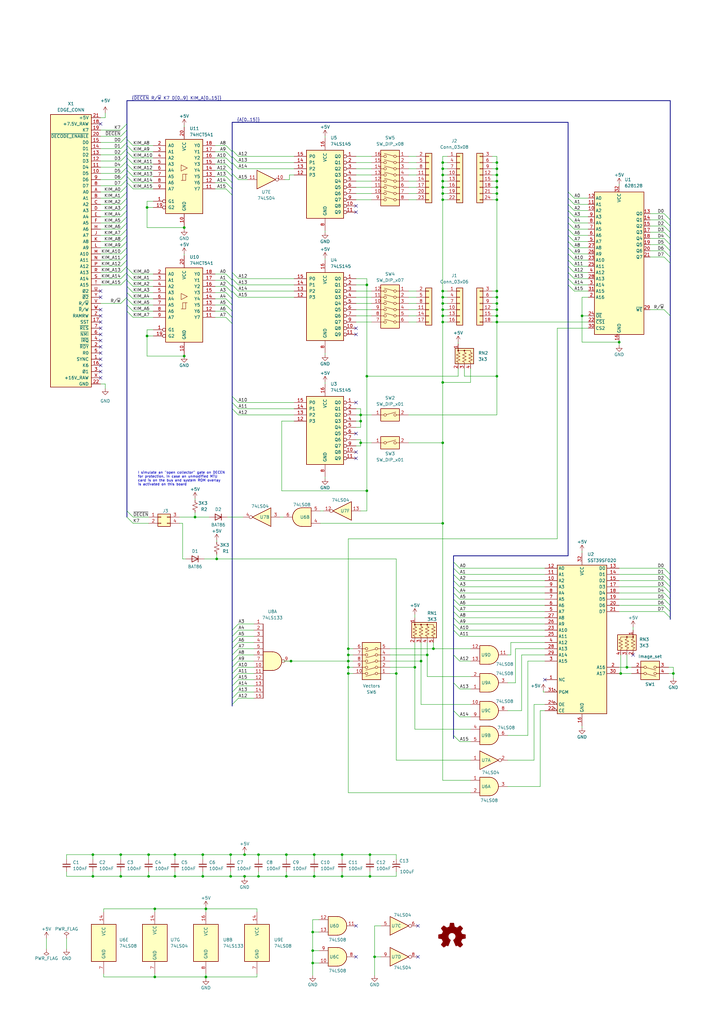
<source format=kicad_sch>
(kicad_sch (version 20230121) (generator eeschema)
  (paper "A3" portrait)
  (lib_symbols
    (symbol "628128_DIP32_SSOP32_1"
      (property "Reference" "U" (at -10.16 30.48 0))
      (property "Value" "628128_DIP32_SSOP32" (at 2.54 30.48 0))
      (symbol "628128_DIP32_SSOP32_1_0_0"
        (pin power_in line (at 0 -31.75 90) (length 2.54) (name "GND") (number "16"))
        (pin power_in line (at 0 31.75 270) (length 2.54) (name "VCC") (number "32"))
      )
      (symbol "628128_DIP32_SSOP32_1_1_1"
        (pin no_connect line (at 10.16 -20.32 180) (length 2.54) hide (name "NC") (number "1"))
        (pin input line (at -12.7 21.59 0) (length 2.54) (name "A2") (number "10"))
        (pin input line (at -12.7 24.13 0) (length 2.54) (name "A1") (number "11"))
        (pin input line (at -12.7 26.67 0) (length 2.54) (name "A0") (number "12"))
        (pin tri_state line (at 12.7 20.32 180) (length 2.54) (name "Q0") (number "13"))
        (pin tri_state line (at 12.7 17.78 180) (length 2.54) (name "Q1") (number "14"))
        (pin tri_state line (at 12.7 15.24 180) (length 2.54) (name "Q2") (number "15"))
        (pin tri_state line (at 12.7 12.7 180) (length 2.54) (name "Q3") (number "17"))
        (pin tri_state line (at 12.7 10.16 180) (length 2.54) (name "Q4") (number "18"))
        (pin tri_state line (at 12.7 7.62 180) (length 2.54) (name "Q5") (number "19"))
        (pin input line (at -12.7 -13.97 0) (length 2.54) (name "A16") (number "2"))
        (pin tri_state line (at 12.7 5.08 180) (length 2.54) (name "Q6") (number "20"))
        (pin tri_state line (at 12.7 2.54 180) (length 2.54) (name "Q7") (number "21"))
        (pin input line (at -12.7 -24.13 0) (length 2.54) (name "~{CS1}") (number "22"))
        (pin input line (at -12.7 1.27 0) (length 2.54) (name "A10") (number "23"))
        (pin input line (at -12.7 -21.59 0) (length 2.54) (name "~{OE}") (number "24"))
        (pin input line (at -12.7 -1.27 0) (length 2.54) (name "A11") (number "25"))
        (pin input line (at -12.7 3.81 0) (length 2.54) (name "A9") (number "26"))
        (pin input line (at -12.7 6.35 0) (length 2.54) (name "A8") (number "27"))
        (pin input line (at -12.7 -6.35 0) (length 2.54) (name "A13") (number "28"))
        (pin input line (at 12.7 -19.05 180) (length 2.54) (name "~{WE}") (number "29"))
        (pin input line (at -12.7 -8.89 0) (length 2.54) (name "A14") (number "3"))
        (pin input line (at -12.7 -26.67 0) (length 2.54) (name "CS2") (number "30"))
        (pin input line (at -12.7 -11.43 0) (length 2.54) (name "A15") (number "31"))
        (pin input line (at -12.7 -3.81 0) (length 2.54) (name "A12") (number "4"))
        (pin input line (at -12.7 8.89 0) (length 2.54) (name "A7") (number "5"))
        (pin input line (at -12.7 11.43 0) (length 2.54) (name "A6") (number "6"))
        (pin input line (at -12.7 13.97 0) (length 2.54) (name "A5") (number "7"))
        (pin input line (at -12.7 16.51 0) (length 2.54) (name "A4") (number "8"))
        (pin input line (at -12.7 19.05 0) (length 2.54) (name "A3") (number "9"))
      )
    )
    (symbol "74xx:74HCT541" (pin_names (offset 1.016))
      (property "Reference" "U" (at -7.62 16.51 0))
      (property "Value" "74HCT541" (at -7.62 -16.51 0))
      (symbol "74HCT541_1_0"
        (pin input inverted (at -12.7 -10.16 0) (length 5.08) (name "G1") (number "1"))
        (pin power_in line (at 0 -20.32 90) (length 5.08) (name "GND") (number "10"))
        (pin tri_state line (at 12.7 -5.08 180) (length 5.08) (name "Y7") (number "11"))
        (pin tri_state line (at 12.7 -2.54 180) (length 5.08) (name "Y6") (number "12"))
        (pin tri_state line (at 12.7 0 180) (length 5.08) (name "Y5") (number "13"))
        (pin tri_state line (at 12.7 2.54 180) (length 5.08) (name "Y4") (number "14"))
        (pin tri_state line (at 12.7 5.08 180) (length 5.08) (name "Y3") (number "15"))
        (pin tri_state line (at 12.7 7.62 180) (length 5.08) (name "Y2") (number "16"))
        (pin tri_state line (at 12.7 10.16 180) (length 5.08) (name "Y1") (number "17"))
        (pin tri_state line (at 12.7 12.7 180) (length 5.08) (name "Y0") (number "18"))
        (pin input inverted (at -12.7 -12.7 0) (length 5.08) (name "G2") (number "19"))
        (pin input line (at -12.7 12.7 0) (length 5.08) (name "A0") (number "2"))
        (pin power_in line (at 0 20.32 270) (length 5.08) (name "VCC") (number "20"))
        (pin input line (at -12.7 10.16 0) (length 5.08) (name "A1") (number "3"))
        (pin input line (at -12.7 7.62 0) (length 5.08) (name "A2") (number "4"))
        (pin input line (at -12.7 5.08 0) (length 5.08) (name "A3") (number "5"))
        (pin input line (at -12.7 2.54 0) (length 5.08) (name "A4") (number "6"))
        (pin input line (at -12.7 0 0) (length 5.08) (name "A5") (number "7"))
        (pin input line (at -12.7 -2.54 0) (length 5.08) (name "A6") (number "8"))
        (pin input line (at -12.7 -5.08 0) (length 5.08) (name "A7") (number "9"))
      )
    )
    (symbol "74xx:74LS04"
      (property "Reference" "U" (at 0 1.27 0))
      (property "Value" "74LS04" (at 0 -1.27 0))
      (symbol "74LS04_1_0"
        (pin input line (at -7.62 0 0) (length 3.81) (name "~") (number "1"))
        (pin output inverted (at 7.62 0 180) (length 3.81) (name "~") (number "2"))
      )
      (symbol "74LS04_2_0"
        (pin input line (at -7.62 0 0) (length 3.81) (name "~") (number "3"))
        (pin output inverted (at 7.62 0 180) (length 3.81) (name "~") (number "4"))
      )
      (symbol "74LS04_3_0"
        (pin input line (at -7.62 0 0) (length 3.81) (name "~") (number "5"))
        (pin output inverted (at 7.62 0 180) (length 3.81) (name "~") (number "6"))
      )
      (symbol "74LS04_4_0"
        (pin output inverted (at 7.62 0 180) (length 3.81) (name "~") (number "8"))
        (pin input line (at -7.62 0 0) (length 3.81) (name "~") (number "9"))
      )
      (symbol "74LS04_5_0"
        (pin output inverted (at 7.62 0 180) (length 3.81) (name "~") (number "10"))
        (pin input line (at -7.62 0 0) (length 3.81) (name "~") (number "11"))
      )
      (symbol "74LS04_6_0"
        (pin output inverted (at 7.62 0 180) (length 3.81) (name "~") (number "12"))
        (pin input line (at -7.62 0 0) (length 3.81) (name "~") (number "13"))
      )
      (symbol "74LS04_7_0"
        (pin power_in line (at 0 12.7 270) (length 5.08) (name "VCC") (number "14"))
        (pin power_in line (at 0 -12.7 90) (length 5.08) (name "GND") (number "7"))
      )
    )
    (symbol "74xx:74LS08" (pin_names (offset 1.016))
      (property "Reference" "U" (at 0 1.27 0))
      (property "Value" "74LS08" (at 0 -1.27 0))
      (symbol "74LS08_1_1"
        (pin input line (at -7.62 2.54 0) (length 3.81) (name "~") (number "1"))
        (pin input line (at -7.62 -2.54 0) (length 3.81) (name "~") (number "2"))
        (pin output line (at 7.62 0 180) (length 3.81) (name "~") (number "3"))
      )
      (symbol "74LS08_1_2"
        (pin input inverted (at -7.62 2.54 0) (length 4.318) (name "~") (number "1"))
        (pin input inverted (at -7.62 -2.54 0) (length 4.318) (name "~") (number "2"))
        (pin output inverted (at 7.62 0 180) (length 3.81) (name "~") (number "3"))
      )
      (symbol "74LS08_2_1"
        (pin input line (at -7.62 2.54 0) (length 3.81) (name "~") (number "4"))
        (pin input line (at -7.62 -2.54 0) (length 3.81) (name "~") (number "5"))
        (pin output line (at 7.62 0 180) (length 3.81) (name "~") (number "6"))
      )
      (symbol "74LS08_2_2"
        (pin input inverted (at -7.62 2.54 0) (length 4.318) (name "~") (number "4"))
        (pin input inverted (at -7.62 -2.54 0) (length 4.318) (name "~") (number "5"))
        (pin output inverted (at 7.62 0 180) (length 3.81) (name "~") (number "6"))
      )
      (symbol "74LS08_3_1"
        (pin input line (at -7.62 -2.54 0) (length 3.81) (name "~") (number "10"))
        (pin output line (at 7.62 0 180) (length 3.81) (name "~") (number "8"))
        (pin input line (at -7.62 2.54 0) (length 3.81) (name "~") (number "9"))
      )
      (symbol "74LS08_3_2"
        (pin input inverted (at -7.62 -2.54 0) (length 4.318) (name "~") (number "10"))
        (pin output inverted (at 7.62 0 180) (length 3.81) (name "~") (number "8"))
        (pin input inverted (at -7.62 2.54 0) (length 4.318) (name "~") (number "9"))
      )
      (symbol "74LS08_4_1"
        (pin output line (at 7.62 0 180) (length 3.81) (name "~") (number "11"))
        (pin input line (at -7.62 2.54 0) (length 3.81) (name "~") (number "12"))
        (pin input line (at -7.62 -2.54 0) (length 3.81) (name "~") (number "13"))
      )
      (symbol "74LS08_4_2"
        (pin output inverted (at 7.62 0 180) (length 3.81) (name "~") (number "11"))
        (pin input inverted (at -7.62 2.54 0) (length 4.318) (name "~") (number "12"))
        (pin input inverted (at -7.62 -2.54 0) (length 4.318) (name "~") (number "13"))
      )
      (symbol "74LS08_5_0"
        (pin power_in line (at 0 12.7 270) (length 5.08) (name "VCC") (number "14"))
        (pin power_in line (at 0 -12.7 90) (length 5.08) (name "GND") (number "7"))
      )
    )
    (symbol "74xx:74LS133" (pin_names (offset 1.016))
      (property "Reference" "U" (at 0 1.27 0))
      (property "Value" "74LS133" (at 0 -1.27 0))
      (symbol "74LS133_1_1"
        (pin input line (at -7.62 15.24 0) (length 3.81) (name "~") (number "1"))
        (pin input line (at -7.62 -2.54 0) (length 3.81) (name "~") (number "10"))
        (pin input line (at -7.62 -5.08 0) (length 3.81) (name "~") (number "11"))
        (pin input line (at -7.62 -7.62 0) (length 3.81) (name "~") (number "12"))
        (pin input line (at -7.62 -10.16 0) (length 3.81) (name "~") (number "13"))
        (pin input line (at -7.62 -12.7 0) (length 3.81) (name "~") (number "14"))
        (pin input line (at -7.62 -15.24 0) (length 3.81) (name "~") (number "15"))
        (pin input line (at -7.62 12.7 0) (length 3.81) (name "~") (number "2"))
        (pin input line (at -7.62 10.16 0) (length 3.81) (name "~") (number "3"))
        (pin input line (at -7.62 7.62 0) (length 3.81) (name "~") (number "4"))
        (pin input line (at -7.62 5.08 0) (length 3.81) (name "~") (number "5"))
        (pin input line (at -7.62 2.54 0) (length 3.81) (name "~") (number "6"))
        (pin input line (at -7.62 0 0) (length 3.81) (name "~") (number "7"))
        (pin output inverted (at 7.62 0 180) (length 3.81) (name "~") (number "9"))
      )
      (symbol "74LS133_1_2"
        (pin input inverted (at -7.62 15.24 0) (length 3.81) (name "~") (number "1"))
        (pin input inverted (at -7.62 -2.54 0) (length 4.5466) (name "~") (number "10"))
        (pin input inverted (at -7.62 -5.08 0) (length 3.81) (name "~") (number "11"))
        (pin input inverted (at -7.62 -7.62 0) (length 3.81) (name "~") (number "12"))
        (pin input inverted (at -7.62 -10.16 0) (length 3.81) (name "~") (number "13"))
        (pin input inverted (at -7.62 -12.7 0) (length 3.81) (name "~") (number "14"))
        (pin input inverted (at -7.62 -15.24 0) (length 3.81) (name "~") (number "15"))
        (pin input inverted (at -7.62 12.7 0) (length 3.81) (name "~") (number "2"))
        (pin input inverted (at -7.62 10.16 0) (length 3.81) (name "~") (number "3"))
        (pin input inverted (at -7.62 7.62 0) (length 3.81) (name "~") (number "4"))
        (pin input inverted (at -7.62 5.08 0) (length 3.81) (name "~") (number "5"))
        (pin input inverted (at -7.62 2.54 0) (length 4.5466) (name "~") (number "6"))
        (pin input inverted (at -7.62 0 0) (length 5.08) (name "~") (number "7"))
        (pin output line (at 7.62 0 180) (length 3.81) (name "~") (number "9"))
      )
      (symbol "74LS133_2_0"
        (pin power_in line (at 0 12.7 270) (length 5.08) (name "VCC") (number "16"))
        (pin power_in line (at 0 -12.7 90) (length 5.08) (name "GND") (number "8"))
      )
    )
    (symbol "74xx:74LS145" (pin_names (offset 1.016))
      (property "Reference" "U" (at -7.62 13.97 0))
      (property "Value" "74LS145" (at -7.62 -16.51 0))
      (symbol "74LS145_1_0"
        (pin open_collector inverted (at 12.7 10.16 180) (length 5.08) (name "Q0") (number "1"))
        (pin open_collector inverted (at 12.7 -10.16 180) (length 5.08) (name "Q8") (number "10"))
        (pin open_collector inverted (at 12.7 -12.7 180) (length 5.08) (name "Q9") (number "11"))
        (pin input line (at -12.7 2.54 0) (length 5.08) (name "P3") (number "12"))
        (pin input line (at -12.7 5.08 0) (length 5.08) (name "P2") (number "13"))
        (pin input line (at -12.7 7.62 0) (length 5.08) (name "P1") (number "14"))
        (pin input line (at -12.7 10.16 0) (length 5.08) (name "P0") (number "15"))
        (pin power_in line (at 0 17.78 270) (length 5.08) (name "VCC") (number "16"))
        (pin open_collector inverted (at 12.7 7.62 180) (length 5.08) (name "Q1") (number "2"))
        (pin open_collector inverted (at 12.7 5.08 180) (length 5.08) (name "Q2") (number "3"))
        (pin open_collector inverted (at 12.7 2.54 180) (length 5.08) (name "Q3") (number "4"))
        (pin open_collector inverted (at 12.7 0 180) (length 5.08) (name "Q4") (number "5"))
        (pin open_collector inverted (at 12.7 -2.54 180) (length 5.08) (name "Q5") (number "6"))
        (pin open_collector inverted (at 12.7 -5.08 180) (length 5.08) (name "Q6") (number "7"))
        (pin power_in line (at 0 -20.32 90) (length 5.08) (name "GND") (number "8"))
        (pin open_collector inverted (at 12.7 -7.62 180) (length 5.08) (name "Q7") (number "9"))
      )
    )
    (symbol "Connector_Generic:Conn_02x02_Top_Bottom" (pin_names (offset 1.016) hide)
      (property "Reference" "J" (at 1.27 2.54 0))
      (property "Value" "Conn_02x02_Top_Bottom" (at 1.27 -5.08 0))
      (symbol "Conn_02x02_Top_Bottom_1_1"
        (pin passive line (at -5.08 0 0) (length 3.81) (name "Pin_1") (number "1"))
        (pin passive line (at -5.08 -2.54 0) (length 3.81) (name "Pin_2") (number "2"))
        (pin passive line (at 7.62 0 180) (length 3.81) (name "Pin_3") (number "3"))
        (pin passive line (at 7.62 -2.54 180) (length 3.81) (name "Pin_4") (number "4"))
      )
    )
    (symbol "Device:C_Polarized_Small_US" (pin_numbers hide) (pin_names (offset 0.254) hide)
      (property "Reference" "C" (at 0.254 1.778 0))
      (property "Value" "C_Polarized_Small_US" (at 0.254 -2.032 0))
      (symbol "C_Polarized_Small_US_1_1"
        (pin passive line (at 0 2.54 270) (length 2.032) (name "~") (number "1"))
        (pin passive line (at 0 -2.54 90) (length 2.032) (name "~") (number "2"))
      )
    )
    (symbol "Device:C_Small" (pin_numbers hide) (pin_names (offset 0.254) hide)
      (property "Reference" "C" (at 0.254 1.778 0))
      (property "Value" "C_Small" (at 0.254 -2.032 0))
      (symbol "C_Small_1_1"
        (pin passive line (at 0 2.54 270) (length 2.032) (name "~") (number "1"))
        (pin passive line (at 0 -2.54 90) (length 2.032) (name "~") (number "2"))
      )
    )
    (symbol "Device:R_Network03_US" (pin_names (offset 0) hide)
      (property "Reference" "RN" (at -5.08 0 90))
      (property "Value" "R_Network03_US" (at 5.08 0 90))
      (symbol "R_Network03_US_1_1"
        (pin passive line (at -2.54 5.08 270) (length 2.54) (name "common") (number "1"))
        (pin passive line (at -2.54 -5.08 90) (length 1.27) (name "R1") (number "2"))
        (pin passive line (at 0 -5.08 90) (length 1.27) (name "R2") (number "3"))
        (pin passive line (at 2.54 -5.08 90) (length 1.27) (name "R3") (number "4"))
      )
    )
    (symbol "Device:R_Network04_US" (pin_names (offset 0) hide)
      (property "Reference" "RN" (at -7.62 0 90))
      (property "Value" "R_Network04_US" (at 5.08 0 90))
      (symbol "R_Network04_US_1_1"
        (pin passive line (at -5.08 5.08 270) (length 2.54) (name "common") (number "1"))
        (pin passive line (at -5.08 -5.08 90) (length 1.27) (name "R1") (number "2"))
        (pin passive line (at -2.54 -5.08 90) (length 1.27) (name "R2") (number "3"))
        (pin passive line (at 0 -5.08 90) (length 1.27) (name "R3") (number "4"))
        (pin passive line (at 2.54 -5.08 90) (length 1.27) (name "R4") (number "5"))
      )
    )
    (symbol "Device:R_Small_US" (pin_numbers hide) (pin_names (offset 0.254) hide)
      (property "Reference" "R" (at 0.762 0.508 0))
      (property "Value" "R_Small_US" (at 0.762 -1.016 0))
      (symbol "R_Small_US_1_1"
        (pin passive line (at 0 2.54 270) (length 1.016) (name "~") (number "1"))
        (pin passive line (at 0 -2.54 90) (length 1.016) (name "~") (number "2"))
      )
    )
    (symbol "Diode:1N4148" (pin_numbers hide) (pin_names hide)
      (property "Reference" "D" (at 0 2.54 0))
      (property "Value" "1N4148" (at 0 -2.54 0))
      (symbol "1N4148_1_1"
        (pin passive line (at -3.81 0 0) (length 2.54) (name "K") (number "1"))
        (pin passive line (at 3.81 0 180) (length 2.54) (name "A") (number "2"))
      )
    )
    (symbol "Graphic:Logo_Open_Hardware_Small" (in_bom no) (on_board no))
    (symbol "MTU:EDGE_CONN" (pin_names (offset 1.016))
      (property "Reference" "J7" (at 7.874 1.016 0))
      (property "Value" "EDGE_CONN" (at 9.652 -1.905 0))
      (symbol "EDGE_CONN_1_1"
        (pin passive line (at -5.08 -45.72 0) (length 3.81) (name "SYNC") (number "1"))
        (pin passive line (at -5.08 30.48 0) (length 3.81) (name "D5") (number "10"))
        (pin passive line (at -5.08 33.02 0) (length 3.81) (name "D4") (number "11"))
        (pin passive line (at -5.08 35.56 0) (length 3.81) (name "D3") (number "12"))
        (pin passive line (at -5.08 38.1 0) (length 3.81) (name "D2") (number "13"))
        (pin passive line (at -5.08 40.64 0) (length 3.81) (name "D1") (number "14"))
        (pin passive line (at -5.08 43.18 0) (length 3.81) (name "D0") (number "15"))
        (pin passive line (at -5.08 -48.26 0) (length 3.81) (name "K6") (number "16"))
        (pin passive line (at -5.08 -30.48 0) (length 3.81) (name "SST") (number "17"))
        (pin passive line (at -5.08 50.8 0) (length 3.81) (name "+7.5V_RAW") (number "18"))
        (pin passive line (at -5.08 48.26 0) (length 3.81) (name "K7") (number "19"))
        (pin passive line (at -5.08 -40.64 0) (length 3.81) (name "~{RDY}") (number "2"))
        (pin passive line (at -5.08 45.72 0) (length 3.81) (name "~{DECODE_ENABLE}") (number "20"))
        (pin passive line (at -5.08 53.34 0) (length 3.81) (name "+5V") (number "21"))
        (pin passive line (at -5.08 -55.88 0) (length 3.81) (name "GND") (number "22"))
        (pin passive line (at -5.08 -50.8 0) (length 3.81) (name "Ø1") (number "3"))
        (pin passive line (at -5.08 -38.1 0) (length 3.81) (name "~{IRQ}") (number "4"))
        (pin passive line (at -5.08 -43.18 0) (length 3.81) (name "R0") (number "5"))
        (pin passive line (at -5.08 -35.56 0) (length 3.81) (name "~{NMI}") (number "6"))
        (pin passive line (at -5.08 -33.02 0) (length 3.81) (name "~{RES}") (number "7"))
        (pin passive line (at -5.08 25.4 0) (length 3.81) (name "D7") (number "8"))
        (pin passive line (at -5.08 27.94 0) (length 3.81) (name "D6") (number "9"))
        (pin passive line (at -5.08 22.86 0) (length 3.81) (name "A0") (number "A"))
        (pin passive line (at -5.08 20.32 0) (length 3.81) (name "A1") (number "B"))
        (pin passive line (at -5.08 17.78 0) (length 3.81) (name "A2") (number "C"))
        (pin passive line (at -5.08 15.24 0) (length 3.81) (name "A3") (number "D"))
        (pin passive line (at -5.08 12.7 0) (length 3.81) (name "A4") (number "E"))
        (pin passive line (at -5.08 10.16 0) (length 3.81) (name "A5") (number "F"))
        (pin passive line (at -5.08 7.62 0) (length 3.81) (name "A6") (number "H"))
        (pin passive line (at -5.08 5.08 0) (length 3.81) (name "A7") (number "J"))
        (pin passive line (at -5.08 2.54 0) (length 3.81) (name "A8") (number "K"))
        (pin passive line (at -5.08 0 0) (length 3.81) (name "A9") (number "L"))
        (pin passive line (at -5.08 -2.54 0) (length 3.81) (name "A10") (number "M"))
        (pin passive line (at -5.08 -5.08 0) (length 3.81) (name "A11") (number "N"))
        (pin passive line (at -5.08 -7.62 0) (length 3.81) (name "A12") (number "P"))
        (pin passive line (at -5.08 -10.16 0) (length 3.81) (name "A13") (number "R"))
        (pin passive line (at -5.08 -12.7 0) (length 3.81) (name "A14") (number "S"))
        (pin passive line (at -5.08 -15.24 0) (length 3.81) (name "A15") (number "T"))
        (pin passive line (at -5.08 -17.78 0) (length 3.81) (name "Ø2") (number "U"))
        (pin passive line (at -5.08 -22.86 0) (length 3.81) (name "R/~{W}") (number "V"))
        (pin passive line (at -5.08 -25.4 0) (length 3.81) (name "~{R}/W") (number "W"))
        (pin passive line (at -5.08 -53.34 0) (length 3.81) (name "+16V_RAW") (number "X"))
        (pin passive line (at -5.08 -20.32 0) (length 3.81) (name "~{Ø2}") (number "Y"))
        (pin passive line (at -5.08 -27.94 0) (length 3.81) (name "RAMRW") (number "Z"))
      )
    )
    (symbol "Memory_Flash_SST39SF020:SST39SF020"
      (property "Reference" "U" (at 2.54 33.02 0))
      (property "Value" "SST39SF020" (at 0 -30.48 0))
      (symbol "SST39SF020_0_0"
        (pin power_in line (at 0 -34.29 90) (length 5.08) (name "GND") (number "16"))
        (pin power_in line (at 0 36.83 270) (length 5.08) (name "VCC") (number "32"))
      )
      (symbol "SST39SF020_1_1"
        (pin input line (at -15.24 -15.24 0) (length 5.08) (name "NC") (number "1"))
        (pin input line (at -15.24 25.4 0) (length 5.08) (name "A2") (number "10"))
        (pin input line (at -15.24 27.94 0) (length 5.08) (name "A1") (number "11"))
        (pin input line (at -15.24 30.48 0) (length 5.08) (name "A0") (number "12"))
        (pin tri_state line (at 15.24 30.48 180) (length 5.08) (name "D0") (number "13"))
        (pin tri_state line (at 15.24 27.94 180) (length 5.08) (name "D1") (number "14"))
        (pin tri_state line (at 15.24 25.4 180) (length 5.08) (name "D2") (number "15"))
        (pin tri_state line (at 15.24 22.86 180) (length 5.08) (name "D3") (number "17"))
        (pin tri_state line (at 15.24 20.32 180) (length 5.08) (name "D4") (number "18"))
        (pin tri_state line (at 15.24 17.78 180) (length 5.08) (name "D5") (number "19"))
        (pin input line (at 15.24 -10.16 180) (length 5.08) (name "A16") (number "2"))
        (pin tri_state line (at 15.24 15.24 180) (length 5.08) (name "D6") (number "20"))
        (pin tri_state line (at 15.24 12.7 180) (length 5.08) (name "D7") (number "21"))
        (pin input input_low (at -15.24 -27.94 0) (length 5.08) (name "CE") (number "22"))
        (pin input line (at -15.24 5.08 0) (length 5.08) (name "A10") (number "23"))
        (pin input input_low (at -15.24 -25.4 0) (length 5.08) (name "OE") (number "24"))
        (pin input line (at -15.24 2.54 0) (length 5.08) (name "A11") (number "25"))
        (pin input line (at -15.24 7.62 0) (length 5.08) (name "A9") (number "26"))
        (pin input line (at -15.24 10.16 0) (length 5.08) (name "A8") (number "27"))
        (pin input line (at -15.24 -2.54 0) (length 5.08) (name "A13") (number "28"))
        (pin input line (at -15.24 -5.08 0) (length 5.08) (name "A14") (number "29"))
        (pin input line (at -15.24 -7.62 0) (length 5.08) (name "A15") (number "3"))
        (pin input line (at 15.24 -12.7 180) (length 5.08) (name "A17") (number "30"))
        (pin input input_low (at -15.24 -20.32 0) (length 5.08) (name "PGM") (number "31"))
        (pin input line (at -15.24 0 0) (length 5.08) (name "A12") (number "4"))
        (pin input line (at -15.24 12.7 0) (length 5.08) (name "A7") (number "5"))
        (pin input line (at -15.24 15.24 0) (length 5.08) (name "A6") (number "6"))
        (pin input line (at -15.24 17.78 0) (length 5.08) (name "A5") (number "7"))
        (pin input line (at -15.24 20.32 0) (length 5.08) (name "A4") (number "8"))
        (pin input line (at -15.24 22.86 0) (length 5.08) (name "A3") (number "9"))
      )
    )
    (symbol "Switch:SW_DIP_x01" (pin_names (offset 0) hide)
      (property "Reference" "SW" (at 0 3.81 0))
      (property "Value" "SW_DIP_x01" (at 0 -3.81 0))
      (symbol "SW_DIP_x01_1_1"
        (pin passive line (at -7.62 0 0) (length 5.08) (name "~") (number "1"))
        (pin passive line (at 7.62 0 180) (length 5.08) (name "~") (number "2"))
      )
    )
    (symbol "Switch:SW_DIP_x02" (pin_names (offset 0) hide)
      (property "Reference" "SW" (at 0 6.35 0))
      (property "Value" "SW_DIP_x02" (at 0 -3.81 0))
      (symbol "SW_DIP_x02_1_1"
        (pin passive line (at -7.62 2.54 0) (length 5.08) (name "~") (number "1"))
        (pin passive line (at -7.62 0 0) (length 5.08) (name "~") (number "2"))
        (pin passive line (at 7.62 0 180) (length 5.08) (name "~") (number "3"))
        (pin passive line (at 7.62 2.54 180) (length 5.08) (name "~") (number "4"))
      )
    )
    (symbol "Switch:SW_DIP_x05" (pin_names (offset 0) hide)
      (property "Reference" "SW" (at 0 8.89 0))
      (property "Value" "SW_DIP_x05" (at 0 -8.89 0))
      (symbol "SW_DIP_x05_1_1"
        (pin passive line (at -7.62 5.08 0) (length 5.08) (name "~") (number "1"))
        (pin passive line (at 7.62 5.08 180) (length 5.08) (name "~") (number "10"))
        (pin passive line (at -7.62 2.54 0) (length 5.08) (name "~") (number "2"))
        (pin passive line (at -7.62 0 0) (length 5.08) (name "~") (number "3"))
        (pin passive line (at -7.62 -2.54 0) (length 5.08) (name "~") (number "4"))
        (pin passive line (at -7.62 -5.08 0) (length 5.08) (name "~") (number "5"))
        (pin passive line (at 7.62 -5.08 180) (length 5.08) (name "~") (number "6"))
        (pin passive line (at 7.62 -2.54 180) (length 5.08) (name "~") (number "7"))
        (pin passive line (at 7.62 0 180) (length 5.08) (name "~") (number "8"))
        (pin passive line (at 7.62 2.54 180) (length 5.08) (name "~") (number "9"))
      )
    )
    (symbol "Switch:SW_DIP_x06" (pin_names (offset 0) hide)
      (property "Reference" "SW" (at 0 11.43 0))
      (property "Value" "SW_DIP_x06" (at 0 -8.89 0))
      (symbol "SW_DIP_x06_1_1"
        (pin passive line (at -7.62 7.62 0) (length 5.08) (name "~") (number "1"))
        (pin passive line (at 7.62 2.54 180) (length 5.08) (name "~") (number "10"))
        (pin passive line (at 7.62 5.08 180) (length 5.08) (name "~") (number "11"))
        (pin passive line (at 7.62 7.62 180) (length 5.08) (name "~") (number "12"))
        (pin passive line (at -7.62 5.08 0) (length 5.08) (name "~") (number "2"))
        (pin passive line (at -7.62 2.54 0) (length 5.08) (name "~") (number "3"))
        (pin passive line (at -7.62 0 0) (length 5.08) (name "~") (number "4"))
        (pin passive line (at -7.62 -2.54 0) (length 5.08) (name "~") (number "5"))
        (pin passive line (at -7.62 -5.08 0) (length 5.08) (name "~") (number "6"))
        (pin passive line (at 7.62 -5.08 180) (length 5.08) (name "~") (number "7"))
        (pin passive line (at 7.62 -2.54 180) (length 5.08) (name "~") (number "8"))
        (pin passive line (at 7.62 0 180) (length 5.08) (name "~") (number "9"))
      )
    )
    (symbol "Switch:SW_DIP_x08" (pin_names (offset 0) hide)
      (property "Reference" "SW" (at 0 13.97 0))
      (property "Value" "SW_DIP_x08" (at 0 -11.43 0))
      (symbol "SW_DIP_x08_1_1"
        (pin passive line (at -7.62 10.16 0) (length 5.08) (name "~") (number "1"))
        (pin passive line (at 7.62 -5.08 180) (length 5.08) (name "~") (number "10"))
        (pin passive line (at 7.62 -2.54 180) (length 5.08) (name "~") (number "11"))
        (pin passive line (at 7.62 0 180) (length 5.08) (name "~") (number "12"))
        (pin passive line (at 7.62 2.54 180) (length 5.08) (name "~") (number "13"))
        (pin passive line (at 7.62 5.08 180) (length 5.08) (name "~") (number "14"))
        (pin passive line (at 7.62 7.62 180) (length 5.08) (name "~") (number "15"))
        (pin passive line (at 7.62 10.16 180) (length 5.08) (name "~") (number "16"))
        (pin passive line (at -7.62 7.62 0) (length 5.08) (name "~") (number "2"))
        (pin passive line (at -7.62 5.08 0) (length 5.08) (name "~") (number "3"))
        (pin passive line (at -7.62 2.54 0) (length 5.08) (name "~") (number "4"))
        (pin passive line (at -7.62 0 0) (length 5.08) (name "~") (number "5"))
        (pin passive line (at -7.62 -2.54 0) (length 5.08) (name "~") (number "6"))
        (pin passive line (at -7.62 -5.08 0) (length 5.08) (name "~") (number "7"))
        (pin passive line (at -7.62 -7.62 0) (length 5.08) (name "~") (number "8"))
        (pin passive line (at 7.62 -7.62 180) (length 5.08) (name "~") (number "9"))
      )
    )
    (symbol "Triple_PinHeader_2.54mm:Conn_03x06" (pin_names (offset 1.016) hide)
      (property "Reference" "J" (at 0 10.16 0))
      (property "Value" "Conn_03x06" (at 12.065 -9.525 0))
      (symbol "Conn_03x06_1_1"
        (pin passive line (at 7.62 7.62 0) (length 3.81) (name "Pin_1") (number "1"))
        (pin passive line (at 7.62 0 0) (length 3.81) (name "Pin_10") (number "10"))
        (pin passive line (at -5.08 0 0) (length 3.81) (name "Pin_11") (number "11"))
        (pin passive line (at 26.035 0 180) (length 3.81) (name "Pin_12") (number "12"))
        (pin passive line (at 7.62 -2.54 0) (length 3.81) (name "Pin_13") (number "13"))
        (pin passive line (at -5.08 -2.54 0) (length 3.81) (name "Pin_14") (number "14"))
        (pin passive line (at 26.035 -2.54 180) (length 3.81) (name "Pin_15") (number "15"))
        (pin passive line (at 7.62 -5.08 0) (length 3.81) (name "Pin_16") (number "16"))
        (pin passive line (at -5.08 -5.08 0) (length 3.81) (name "Pin_17") (number "17"))
        (pin passive line (at 26.035 -5.08 180) (length 3.81) (name "Pin_18") (number "18"))
        (pin passive line (at -5.08 7.62 0) (length 3.81) (name "Pin_2") (number "2"))
        (pin passive line (at 26.035 7.62 180) (length 3.81) (name "Pin_3") (number "3"))
        (pin passive line (at 7.62 5.08 0) (length 3.81) (name "Pin_4") (number "4"))
        (pin passive line (at -5.08 5.08 0) (length 3.81) (name "Pin_5") (number "5"))
        (pin passive line (at 26.035 5.08 180) (length 3.81) (name "Pin_6") (number "6"))
        (pin passive line (at 7.62 2.54 0) (length 3.81) (name "Pin_7") (number "7"))
        (pin passive line (at -5.08 2.54 0) (length 3.81) (name "Pin_8") (number "8"))
        (pin passive line (at 26.035 2.54 180) (length 3.81) (name "Pin_9") (number "9"))
      )
    )
    (symbol "Triple_PinHeader_2.54mm:Conn_03x08" (pin_names (offset 1.016) hide)
      (property "Reference" "J" (at 0 10.16 0))
      (property "Value" "Conn_03x08" (at 12.065 -14.605 0))
      (symbol "Conn_03x08_1_1"
        (pin passive line (at 7.62 7.62 0) (length 3.81) (name "Pin_1") (number "1"))
        (pin passive line (at 7.62 0 0) (length 3.81) (name "Pin_10") (number "10"))
        (pin passive line (at -5.08 0 0) (length 3.81) (name "Pin_11") (number "11"))
        (pin passive line (at 26.035 0 180) (length 3.81) (name "Pin_12") (number "12"))
        (pin passive line (at 7.62 -2.54 0) (length 3.81) (name "Pin_13") (number "13"))
        (pin passive line (at -5.08 -2.54 0) (length 3.81) (name "Pin_14") (number "14"))
        (pin passive line (at 26.035 -2.54 180) (length 3.81) (name "Pin_15") (number "15"))
        (pin passive line (at 7.62 -5.08 0) (length 3.81) (name "Pin_16") (number "16"))
        (pin passive line (at -5.08 -5.08 0) (length 3.81) (name "Pin_17") (number "17"))
        (pin passive line (at 26.035 -5.08 180) (length 3.81) (name "Pin_18") (number "18"))
        (pin passive line (at 7.62 -7.62 0) (length 3.81) (name "Pin_º9") (number "19"))
        (pin passive line (at -5.08 7.62 0) (length 3.81) (name "Pin_2") (number "2"))
        (pin passive line (at -5.08 -7.62 0) (length 3.81) (name "Pin_20") (number "20"))
        (pin passive line (at 26.035 -7.62 180) (length 3.81) (name "Pin_21") (number "21"))
        (pin passive line (at 7.62 -10.16 0) (length 3.81) (name "Pin_22") (number "22"))
        (pin passive line (at -5.08 -10.16 0) (length 3.81) (name "Pin_23") (number "23"))
        (pin passive line (at 26.035 -10.16 180) (length 3.81) (name "Pin_24") (number "24"))
        (pin passive line (at 26.035 7.62 180) (length 3.81) (name "Pin_3") (number "3"))
        (pin passive line (at 7.62 5.08 0) (length 3.81) (name "Pin_4") (number "4"))
        (pin passive line (at -5.08 5.08 0) (length 3.81) (name "Pin_5") (number "5"))
        (pin passive line (at 26.035 5.08 180) (length 3.81) (name "Pin_6") (number "6"))
        (pin passive line (at 7.62 2.54 0) (length 3.81) (name "Pin_7") (number "7"))
        (pin passive line (at -5.08 2.54 0) (length 3.81) (name "Pin_8") (number "8"))
        (pin passive line (at 26.035 2.54 180) (length 3.81) (name "Pin_9") (number "9"))
      )
    )
    (symbol "power:+5V" (power) (pin_names (offset 0))
      (property "Value" "+5V" (at 0 3.556 0))
      (symbol "+5V_1_1"
        (pin power_in line (at 0 0 90) (length 0) hide (name "+5V") (number "1"))
      )
    )
    (symbol "power:GND" (power) (pin_names (offset 0))
      (property "Value" "GND" (at 0 -3.81 0))
      (symbol "GND_1_1"
        (pin power_in line (at 0 0 270) (length 0) hide (name "GND") (number "1"))
      )
    )
    (symbol "power:PWR_FLAG" (power) (pin_numbers hide) (pin_names (offset 0) hide)
      (property "Value" "PWR_FLAG" (at 0 3.81 0))
      (symbol "PWR_FLAG_0_0"
        (pin power_out line (at 0 0 90) (length 0) (name "pwr") (number "1"))
      )
    )
  )
  (junction (at 203.835 132.08))
  (junction (at 60.96 359.41))
  (junction (at 238.76 129.54))
  (junction (at 128.905 359.41))
  (junction (at 147.955 172.72))
  (junction (at 94.615 350.52))
  (junction (at 203.835 127))
  (junction (at 276.225 276.225))
  (junction (at 162.56 276.225))
  (junction (at 203.835 76.835))
  (junction (at 181.61 119.38))
  (junction (at 60.96 350.52))
  (junction (at 151.765 359.41))
  (junction (at 170.18 273.685))
  (junction (at 181.61 66.675))
  (junction (at 63.5 400.685))
  (junction (at 88.9 229.235))
  (junction (at 71.755 350.52))
  (junction (at 128.27 394.97))
  (junction (at 83.185 350.52))
  (junction (at 181.61 132.08))
  (junction (at 181.61 129.54))
  (junction (at 140.335 350.52))
  (junction (at 75.565 146.05))
  (junction (at 49.53 350.52))
  (junction (at 203.835 79.375))
  (junction (at 38.1 359.41))
  (junction (at 150.495 116.84))
  (junction (at 128.27 382.27))
  (junction (at 147.955 170.18))
  (junction (at 142.875 271.145))
  (junction (at 175.26 268.605))
  (junction (at 49.53 359.41))
  (junction (at 181.61 124.46))
  (junction (at 181.61 69.215))
  (junction (at 80.01 212.09))
  (junction (at 60.325 85.09))
  (junction (at 106.045 350.52))
  (junction (at 203.835 81.915))
  (junction (at 203.835 71.755))
  (junction (at 151.765 350.52))
  (junction (at 203.835 119.38))
  (junction (at 142.875 266.065))
  (junction (at 203.835 69.215))
  (junction (at 83.185 359.41))
  (junction (at 142.875 268.605))
  (junction (at 142.875 276.225))
  (junction (at 119.38 271.145))
  (junction (at 203.835 129.54))
  (junction (at 71.755 359.41))
  (junction (at 181.61 121.92))
  (junction (at 153.67 392.43))
  (junction (at 94.615 359.41))
  (junction (at 177.8 266.065))
  (junction (at 147.955 181.61))
  (junction (at 257.175 273.685))
  (junction (at 203.835 154.305))
  (junction (at 203.835 74.295))
  (junction (at 181.61 127))
  (junction (at 106.045 359.41))
  (junction (at 254.635 276.225))
  (junction (at 181.61 71.755))
  (junction (at 128.905 350.52))
  (junction (at 150.495 154.305))
  (junction (at 38.1 350.52))
  (junction (at 128.27 389.89))
  (junction (at 100.33 350.52))
  (junction (at 100.33 359.41))
  (junction (at 150.495 201.295))
  (junction (at 142.875 273.685))
  (junction (at 140.335 359.41))
  (junction (at 181.61 214.63))
  (junction (at 181.61 74.295))
  (junction (at 60.325 137.795))
  (junction (at 117.475 350.52))
  (junction (at 84.455 400.685))
  (junction (at 181.61 156.845))
  (junction (at 181.61 79.375))
  (junction (at 84.455 372.745))
  (junction (at 181.61 81.915))
  (junction (at 63.5 372.745))
  (junction (at 75.565 93.345))
  (junction (at 181.61 181.61))
  (junction (at 203.835 66.675))
  (junction (at 203.835 121.92))
  (junction (at 254 140.335))
  (junction (at 172.72 271.145))
  (junction (at 117.475 359.41))
  (junction (at 181.61 76.835))
  (junction (at 203.835 124.46))
  (no_connect (at 41.275 149.86))
  (no_connect (at 171.45 392.43))
  (no_connect (at 41.275 132.08))
  (no_connect (at 259.715 268.605))
  (no_connect (at 146.05 185.42))
  (no_connect (at 223.52 278.765))
  (no_connect (at 146.05 392.43))
  (no_connect (at 41.275 121.92))
  (no_connect (at 146.05 134.62))
  (no_connect (at 41.275 154.94))
  (no_connect (at 41.275 144.78))
  (no_connect (at 41.275 139.7))
  (no_connect (at 41.275 142.24))
  (no_connect (at 171.45 379.73))
  (no_connect (at 146.05 187.96))
  (no_connect (at 146.05 137.16))
  (no_connect (at 41.275 119.38))
  (no_connect (at 41.275 152.4))
  (no_connect (at 41.275 50.8))
  (no_connect (at 41.275 127))
  (no_connect (at 146.05 84.455))
  (no_connect (at 41.275 137.16))
  (no_connect (at 41.275 134.62))
  (no_connect (at 146.05 177.8))
  (no_connect (at 146.05 379.73))
  (no_connect (at 41.275 129.54))
  (no_connect (at 41.275 147.32))
  (no_connect (at 146.05 86.995))
  (no_connect (at 146.05 165.1))
  (bus_entry (at 92.71 67.31) (size 2.54 2.54))
  (bus_entry (at 49.53 86.36) (size 2.54 -2.54))
  (bus_entry (at 49.53 109.22) (size 2.54 -2.54))
  (bus_entry (at 272.415 87.63) (size 2.54 2.54))
  (bus_entry (at 92.71 59.69) (size 2.54 2.54))
  (bus_entry (at 272.415 100.33) (size 2.54 2.54))
  (bus_entry (at 233.045 114.3) (size 2.54 2.54))
  (bus_entry (at 233.045 104.14) (size 2.54 2.54))
  (bus_entry (at 92.71 130.175) (size 2.54 2.54))
  (bus_entry (at 52.07 117.475) (size 2.54 2.54))
  (bus_entry (at 186.055 248.285) (size 2.54 2.54))
  (bus_entry (at 92.71 117.475) (size 2.54 2.54))
  (bus_entry (at 272.415 92.71) (size 2.54 2.54))
  (bus_entry (at 95.25 165.1) (size 2.54 2.54))
  (bus_entry (at 52.07 72.39) (size 2.54 2.54))
  (bus_entry (at 95.25 61.595) (size 2.54 2.54))
  (bus_entry (at 52.07 62.23) (size 2.54 2.54))
  (bus_entry (at 49.53 96.52) (size 2.54 -2.54))
  (bus_entry (at 49.53 91.44) (size 2.54 -2.54))
  (bus_entry (at 272.415 248.285) (size 2.54 2.54))
  (bus_entry (at 186.055 235.585) (size 2.54 2.54))
  (bus_entry (at 97.79 260.985) (size -2.54 2.54))
  (bus_entry (at 233.045 91.44) (size 2.54 2.54))
  (bus_entry (at 186.055 258.445) (size 2.54 2.54))
  (bus_entry (at 95.25 71.12) (size 2.54 2.54))
  (bus_entry (at 49.53 114.3) (size 2.54 -2.54))
  (bus_entry (at 52.07 59.69) (size 2.54 2.54))
  (bus_entry (at 233.045 86.36) (size 2.54 2.54))
  (bus_entry (at 95.25 64.135) (size 2.54 2.54))
  (bus_entry (at 97.79 276.225) (size -2.54 2.54))
  (bus_entry (at 49.53 66.04) (size 2.54 -2.54))
  (bus_entry (at 52.07 64.77) (size 2.54 2.54))
  (bus_entry (at 186.055 250.825) (size 2.54 2.54))
  (bus_entry (at 272.415 97.79) (size 2.54 2.54))
  (bus_entry (at 233.045 109.22) (size 2.54 2.54))
  (bus_entry (at 272.415 127) (size 2.54 2.54))
  (bus_entry (at 272.415 250.825) (size 2.54 2.54))
  (bus_entry (at 97.79 258.445) (size -2.54 2.54))
  (bus_entry (at 52.07 114.935) (size 2.54 2.54))
  (bus_entry (at 186.055 301.625) (size 2.54 2.54))
  (bus_entry (at 52.07 125.095) (size 2.54 2.54))
  (bus_entry (at 49.53 76.2) (size 2.54 -2.54))
  (bus_entry (at 95.25 114.3) (size 2.54 2.54))
  (bus_entry (at 233.045 78.74) (size 2.54 2.54))
  (bus_entry (at 49.53 55.88) (size 2.54 -2.54))
  (bus_entry (at 49.53 111.76) (size 2.54 -2.54))
  (bus_entry (at 92.71 69.85) (size 2.54 2.54))
  (bus_entry (at 52.07 120.015) (size 2.54 2.54))
  (bus_entry (at 186.055 253.365) (size 2.54 2.54))
  (bus_entry (at 272.415 240.665) (size 2.54 2.54))
  (bus_entry (at 52.07 122.555) (size 2.54 2.54))
  (bus_entry (at 49.53 106.68) (size 2.54 -2.54))
  (bus_entry (at 49.53 71.12) (size 2.54 -2.54))
  (bus_entry (at 272.415 233.045) (size 2.54 2.54))
  (bus_entry (at 186.055 233.045) (size 2.54 2.54))
  (bus_entry (at 95.25 66.675) (size 2.54 2.54))
  (bus_entry (at 52.07 74.93) (size 2.54 2.54))
  (bus_entry (at 97.79 255.905) (size -2.54 2.54))
  (bus_entry (at 186.055 291.465) (size 2.54 2.54))
  (bus_entry (at 186.055 268.605) (size 2.54 2.54))
  (bus_entry (at 92.71 72.39) (size 2.54 2.54))
  (bus_entry (at 186.055 238.125) (size 2.54 2.54))
  (bus_entry (at 186.055 243.205) (size 2.54 2.54))
  (bus_entry (at 92.71 122.555) (size 2.54 2.54))
  (bus_entry (at 52.07 69.85) (size 2.54 2.54))
  (bus_entry (at 97.79 266.065) (size -2.54 2.54))
  (bus_entry (at 49.53 63.5) (size 2.54 -2.54))
  (bus_entry (at 49.53 83.82) (size 2.54 -2.54))
  (bus_entry (at 49.53 116.84) (size 2.54 -2.54))
  (bus_entry (at 272.415 90.17) (size 2.54 2.54))
  (bus_entry (at 95.25 162.56) (size 2.54 2.54))
  (bus_entry (at 186.055 240.665) (size 2.54 2.54))
  (bus_entry (at 95.25 119.38) (size 2.54 2.54))
  (bus_entry (at 49.53 104.14) (size 2.54 -2.54))
  (bus_entry (at 92.71 120.015) (size 2.54 2.54))
  (bus_entry (at 233.045 116.84) (size 2.54 2.54))
  (bus_entry (at 92.71 114.935) (size 2.54 2.54))
  (bus_entry (at 186.055 280.035) (size 2.54 2.54))
  (bus_entry (at 49.53 73.66) (size 2.54 -2.54))
  (bus_entry (at 49.53 99.06) (size 2.54 -2.54))
  (bus_entry (at 95.25 111.76) (size 2.54 2.54))
  (bus_entry (at 272.415 238.125) (size 2.54 2.54))
  (bus_entry (at 272.415 243.205) (size 2.54 2.54))
  (bus_entry (at 49.53 101.6) (size 2.54 -2.54))
  (bus_entry (at 52.07 57.15) (size 2.54 2.54))
  (bus_entry (at 52.07 127.635) (size 2.54 2.54))
  (bus_entry (at 272.415 102.87) (size 2.54 2.54))
  (bus_entry (at 97.79 278.765) (size -2.54 2.54))
  (bus_entry (at 97.79 281.305) (size -2.54 2.54))
  (bus_entry (at 272.415 105.41) (size 2.54 2.54))
  (bus_entry (at 233.045 83.82) (size 2.54 2.54))
  (bus_entry (at 97.79 283.845) (size -2.54 2.54))
  (bus_entry (at 49.53 124.46) (size 2.54 -2.54))
  (bus_entry (at 186.055 230.505) (size 2.54 2.54))
  (bus_entry (at 49.53 60.96) (size 2.54 -2.54))
  (bus_entry (at 233.045 99.06) (size 2.54 2.54))
  (bus_entry (at 92.71 74.93) (size 2.54 2.54))
  (bus_entry (at 52.07 212.09) (size 2.54 2.54))
  (bus_entry (at 49.53 93.98) (size 2.54 -2.54))
  (bus_entry (at 97.79 273.685) (size -2.54 2.54))
  (bus_entry (at 186.055 245.745) (size 2.54 2.54))
  (bus_entry (at 233.045 101.6) (size 2.54 2.54))
  (bus_entry (at 49.53 53.34) (size 2.54 -2.54))
  (bus_entry (at 233.045 111.76) (size 2.54 2.54))
  (bus_entry (at 233.045 96.52) (size 2.54 2.54))
  (bus_entry (at 49.53 68.58) (size 2.54 -2.54))
  (bus_entry (at 92.71 112.395) (size 2.54 2.54))
  (bus_entry (at 272.415 245.745) (size 2.54 2.54))
  (bus_entry (at 52.07 112.395) (size 2.54 2.54))
  (bus_entry (at 52.07 67.31) (size 2.54 2.54))
  (bus_entry (at 92.71 64.77) (size 2.54 2.54))
  (bus_entry (at 92.71 127.635) (size 2.54 2.54))
  (bus_entry (at 97.79 271.145) (size -2.54 2.54))
  (bus_entry (at 233.045 88.9) (size 2.54 2.54))
  (bus_entry (at 49.53 88.9) (size 2.54 -2.54))
  (bus_entry (at 272.415 235.585) (size 2.54 2.54))
  (bus_entry (at 97.79 268.605) (size -2.54 2.54))
  (bus_entry (at 92.71 77.47) (size 2.54 2.54))
  (bus_entry (at 52.07 109.855) (size 2.54 2.54))
  (bus_entry (at 49.53 58.42) (size 2.54 -2.54))
  (bus_entry (at 272.415 95.25) (size 2.54 2.54))
  (bus_entry (at 233.045 106.68) (size 2.54 2.54))
  (bus_entry (at 49.53 81.28) (size 2.54 -2.54))
  (bus_entry (at 97.79 286.385) (size -2.54 2.54))
  (bus_entry (at 95.25 167.64) (size 2.54 2.54))
  (bus_entry (at 233.045 81.28) (size 2.54 2.54))
  (bus_entry (at 92.71 62.23) (size 2.54 2.54))
  (bus_entry (at 49.53 78.74) (size 2.54 -2.54))
  (bus_entry (at 52.07 209.55) (size 2.54 2.54))
  (bus_entry (at 233.045 93.98) (size 2.54 2.54))
  (bus_entry (at 92.71 125.095) (size 2.54 2.54))
  (bus_entry (at 95.25 116.84) (size 2.54 2.54))
  (bus_entry (at 186.055 255.905) (size 2.54 2.54))
  (bus_entry (at 97.79 263.525) (size -2.54 2.54))
  (wire (pts (xy 104.14 283.845) (xy 97.79 283.845)))
  (wire (pts (xy 140.335 359.41) (xy 151.765 359.41)))
  (wire (pts (xy 208.28 322.58) (xy 221.615 322.58)))
  (bus (pts (xy 186.055 253.365) (xy 186.055 250.825)))
  (wire (pts (xy 266.7 105.41) (xy 272.415 105.41)))
  (wire (pts (xy 203.835 124.46) (xy 203.835 121.92)))
  (wire (pts (xy 41.275 68.58) (xy 49.53 68.58)))
  (wire (pts (xy 181.61 121.92) (xy 183.515 121.92)))
  (wire (pts (xy 115.57 201.295) (xy 115.57 172.72)))
  (bus (pts (xy 233.045 78.74) (xy 233.045 81.28)))
  (bus (pts (xy 52.07 91.44) (xy 52.07 88.9)))
  (wire (pts (xy 142.875 220.98) (xy 228.6 220.98)))
  (bus (pts (xy 95.25 260.985) (xy 95.25 263.525)))
  (wire (pts (xy 208.28 301.625) (xy 216.535 301.625)))
  (wire (pts (xy 203.835 74.295) (xy 203.835 76.835)))
  (bus (pts (xy 95.25 80.01) (xy 95.25 111.76)))
  (wire (pts (xy 131.445 209.55) (xy 132.715 209.55)))
  (wire (pts (xy 188.595 294.005) (xy 193.04 294.005)))
  (bus (pts (xy 274.955 95.25) (xy 274.955 97.79)))
  (wire (pts (xy 73.66 212.09) (xy 80.01 212.09)))
  (wire (pts (xy 266.7 92.71) (xy 272.415 92.71)))
  (bus (pts (xy 233.045 86.36) (xy 233.045 88.9)))
  (bus (pts (xy 95.25 120.015) (xy 95.25 122.555)))
  (wire (pts (xy 266.7 97.79) (xy 272.415 97.79)))
  (wire (pts (xy 54.61 122.555) (xy 62.865 122.555)))
  (wire (pts (xy 222.885 283.21) (xy 222.885 283.845)))
  (bus (pts (xy 186.055 243.205) (xy 186.055 240.665)))
  (wire (pts (xy 88.265 120.015) (xy 92.71 120.015)))
  (wire (pts (xy 181.61 129.54) (xy 181.61 132.08)))
  (bus (pts (xy 274.955 41.275) (xy 274.955 90.17)))
  (bus (pts (xy 52.07 93.98) (xy 52.07 91.44)))
  (wire (pts (xy 93.345 212.09) (xy 99.695 212.09)))
  (wire (pts (xy 105.41 372.745) (xy 105.41 374.015)))
  (wire (pts (xy 131.445 214.63) (xy 181.61 214.63)))
  (wire (pts (xy 106.045 350.52) (xy 117.475 350.52)))
  (wire (pts (xy 254 240.665) (xy 272.415 240.665)))
  (wire (pts (xy 74.93 214.63) (xy 74.93 229.235)))
  (wire (pts (xy 235.585 93.98) (xy 241.3 93.98)))
  (wire (pts (xy 133.35 94.615) (xy 133.35 95.25)))
  (bus (pts (xy 52.07 53.34) (xy 52.07 50.8)))
  (wire (pts (xy 146.05 124.46) (xy 152.4 124.46)))
  (wire (pts (xy 54.61 214.63) (xy 60.96 214.63)))
  (bus (pts (xy 95.25 114.935) (xy 95.25 116.84)))
  (wire (pts (xy 201.93 71.755) (xy 203.835 71.755)))
  (bus (pts (xy 95.25 127.635) (xy 95.25 130.175)))
  (wire (pts (xy 75.565 93.345) (xy 75.565 93.98)))
  (wire (pts (xy 60.96 350.52) (xy 60.96 352.425)))
  (wire (pts (xy 203.835 74.295) (xy 201.93 74.295)))
  (wire (pts (xy 88.265 62.23) (xy 92.71 62.23)))
  (wire (pts (xy 146.05 170.18) (xy 147.955 170.18)))
  (wire (pts (xy 254 248.285) (xy 272.415 248.285)))
  (wire (pts (xy 41.275 78.74) (xy 49.53 78.74)))
  (wire (pts (xy 146.05 172.72) (xy 147.955 172.72)))
  (wire (pts (xy 254 75.565) (xy 254 76.2)))
  (wire (pts (xy 167.64 129.54) (xy 170.815 129.54)))
  (wire (pts (xy 128.905 350.52) (xy 128.905 352.425)))
  (wire (pts (xy 42.545 399.415) (xy 42.545 400.685)))
  (wire (pts (xy 75.565 146.05) (xy 75.565 146.685)))
  (bus (pts (xy 186.055 301.625) (xy 186.055 291.465)))
  (wire (pts (xy 88.265 69.85) (xy 92.71 69.85)))
  (wire (pts (xy 235.585 91.44) (xy 241.3 91.44)))
  (wire (pts (xy 175.26 263.525) (xy 175.26 268.605)))
  (wire (pts (xy 142.875 271.145) (xy 142.875 268.605)))
  (wire (pts (xy 238.76 129.54) (xy 241.3 129.54)))
  (wire (pts (xy 216.535 271.145) (xy 216.535 301.625)))
  (wire (pts (xy 188.595 235.585) (xy 223.52 235.585)))
  (wire (pts (xy 181.61 79.375) (xy 181.61 81.915)))
  (wire (pts (xy 128.27 382.27) (xy 130.81 382.27)))
  (wire (pts (xy 183.515 64.135) (xy 181.61 64.135)))
  (wire (pts (xy 84.455 372.745) (xy 84.455 374.015)))
  (wire (pts (xy 60.325 82.55) (xy 60.325 85.09)))
  (wire (pts (xy 201.93 124.46) (xy 203.835 124.46)))
  (wire (pts (xy 266.7 95.25) (xy 272.415 95.25)))
  (bus (pts (xy 274.955 92.71) (xy 274.955 95.25)))
  (wire (pts (xy 97.79 66.675) (xy 120.65 66.675)))
  (wire (pts (xy 150.495 116.84) (xy 150.495 154.305)))
  (wire (pts (xy 203.835 127) (xy 201.93 127)))
  (wire (pts (xy 71.755 359.41) (xy 83.185 359.41)))
  (bus (pts (xy 95.25 268.605) (xy 95.25 271.145)))
  (wire (pts (xy 41.275 104.14) (xy 49.53 104.14)))
  (wire (pts (xy 181.61 124.46) (xy 181.61 127)))
  (wire (pts (xy 146.05 74.295) (xy 152.4 74.295)))
  (bus (pts (xy 233.045 50.165) (xy 233.045 78.74)))
  (wire (pts (xy 60.325 85.09) (xy 62.865 85.09)))
  (wire (pts (xy 100.33 350.52) (xy 106.045 350.52)))
  (wire (pts (xy 188.595 258.445) (xy 223.52 258.445)))
  (wire (pts (xy 188.595 260.985) (xy 223.52 260.985)))
  (wire (pts (xy 181.61 76.835) (xy 181.61 79.375)))
  (wire (pts (xy 181.61 79.375) (xy 183.515 79.375)))
  (bus (pts (xy 233.045 96.52) (xy 233.045 99.06)))
  (wire (pts (xy 238.76 121.92) (xy 238.76 129.54)))
  (wire (pts (xy 128.27 377.19) (xy 128.27 382.27)))
  (wire (pts (xy 88.9 229.235) (xy 162.56 229.235)))
  (wire (pts (xy 235.585 101.6) (xy 241.3 101.6)))
  (wire (pts (xy 146.05 119.38) (xy 152.4 119.38)))
  (bus (pts (xy 186.055 240.665) (xy 186.055 238.125)))
  (wire (pts (xy 181.61 69.215) (xy 183.515 69.215)))
  (wire (pts (xy 228.6 134.62) (xy 228.6 220.98)))
  (wire (pts (xy 167.64 74.295) (xy 170.815 74.295)))
  (wire (pts (xy 115.57 172.72) (xy 120.65 172.72)))
  (wire (pts (xy 94.615 350.52) (xy 94.615 352.425)))
  (bus (pts (xy 52.07 109.22) (xy 52.07 106.68)))
  (wire (pts (xy 266.7 90.17) (xy 272.415 90.17)))
  (wire (pts (xy 183.515 124.46) (xy 181.61 124.46)))
  (wire (pts (xy 146.05 69.215) (xy 152.4 69.215)))
  (wire (pts (xy 203.835 79.375) (xy 203.835 81.915)))
  (wire (pts (xy 170.18 252.095) (xy 170.18 253.365)))
  (wire (pts (xy 167.64 71.755) (xy 170.815 71.755)))
  (wire (pts (xy 170.18 273.685) (xy 160.02 273.685)))
  (wire (pts (xy 203.835 81.915) (xy 203.835 119.38)))
  (bus (pts (xy 274.955 105.41) (xy 274.955 107.95)))
  (wire (pts (xy 63.5 372.745) (xy 63.5 374.015)))
  (wire (pts (xy 38.1 359.41) (xy 49.53 359.41)))
  (wire (pts (xy 276.225 276.225) (xy 276.225 278.13)))
  (wire (pts (xy 63.5 372.745) (xy 84.455 372.745)))
  (wire (pts (xy 54.61 77.47) (xy 62.865 77.47)))
  (bus (pts (xy 95.25 281.305) (xy 95.25 283.845)))
  (wire (pts (xy 188.595 255.905) (xy 223.52 255.905)))
  (wire (pts (xy 100.33 349.885) (xy 100.33 350.52)))
  (bus (pts (xy 52.07 117.475) (xy 52.07 114.935)))
  (wire (pts (xy 88.265 74.93) (xy 92.71 74.93)))
  (wire (pts (xy 88.265 77.47) (xy 92.71 77.47)))
  (wire (pts (xy 97.79 69.215) (xy 120.65 69.215)))
  (wire (pts (xy 181.61 132.08) (xy 181.61 156.845)))
  (wire (pts (xy 41.275 101.6) (xy 49.53 101.6)))
  (wire (pts (xy 241.3 121.92) (xy 238.76 121.92)))
  (wire (pts (xy 54.61 112.395) (xy 62.865 112.395)))
  (bus (pts (xy 52.07 74.93) (xy 52.07 73.66)))
  (wire (pts (xy 177.8 266.065) (xy 193.04 266.065)))
  (bus (pts (xy 52.07 125.095) (xy 52.07 122.555)))
  (wire (pts (xy 254.635 268.605) (xy 254.635 276.225)))
  (bus (pts (xy 95.25 271.145) (xy 95.25 273.685)))
  (bus (pts (xy 233.045 81.28) (xy 233.045 83.82)))
  (wire (pts (xy 43.18 48.26) (xy 43.18 46.355)))
  (wire (pts (xy 167.64 81.915) (xy 170.815 81.915)))
  (wire (pts (xy 133.35 156.845) (xy 133.35 157.48)))
  (wire (pts (xy 167.64 121.92) (xy 170.815 121.92)))
  (wire (pts (xy 167.64 170.18) (xy 203.835 170.18)))
  (wire (pts (xy 60.96 350.52) (xy 71.755 350.52)))
  (bus (pts (xy 95.25 64.135) (xy 95.25 64.77)))
  (wire (pts (xy 104.14 286.385) (xy 97.79 286.385)))
  (wire (pts (xy 183.515 66.675) (xy 181.61 66.675)))
  (wire (pts (xy 117.475 350.52) (xy 117.475 352.425)))
  (bus (pts (xy 95.25 72.39) (xy 95.25 74.93)))
  (bus (pts (xy 186.055 248.285) (xy 186.055 245.745)))
  (wire (pts (xy 106.045 350.52) (xy 106.045 352.425)))
  (wire (pts (xy 41.275 76.2) (xy 49.53 76.2)))
  (wire (pts (xy 41.275 86.36) (xy 49.53 86.36)))
  (wire (pts (xy 167.64 124.46) (xy 170.815 124.46)))
  (wire (pts (xy 19.05 384.81) (xy 19.05 389.255)))
  (bus (pts (xy 95.25 114.3) (xy 95.25 114.935)))
  (wire (pts (xy 142.875 273.685) (xy 144.78 273.685)))
  (wire (pts (xy 238.76 140.335) (xy 254 140.335)))
  (wire (pts (xy 222.885 283.845) (xy 223.52 283.845)))
  (wire (pts (xy 83.185 350.52) (xy 94.615 350.52)))
  (wire (pts (xy 75.565 104.14) (xy 75.565 104.775)))
  (wire (pts (xy 257.175 273.685) (xy 259.08 273.685)))
  (wire (pts (xy 221.615 291.465) (xy 223.52 291.465)))
  (wire (pts (xy 162.56 311.785) (xy 193.04 311.785)))
  (wire (pts (xy 41.275 116.84) (xy 49.53 116.84)))
  (wire (pts (xy 83.82 229.235) (xy 88.9 229.235)))
  (wire (pts (xy 235.585 116.84) (xy 241.3 116.84)))
  (bus (pts (xy 95.25 258.445) (xy 95.25 260.985)))
  (wire (pts (xy 235.585 99.06) (xy 241.3 99.06)))
  (bus (pts (xy 95.25 167.64) (xy 95.25 258.445)))
  (wire (pts (xy 128.905 350.52) (xy 140.335 350.52)))
  (wire (pts (xy 88.265 59.69) (xy 92.71 59.69)))
  (bus (pts (xy 186.055 255.905) (xy 186.055 253.365)))
  (wire (pts (xy 146.05 71.755) (xy 152.4 71.755)))
  (wire (pts (xy 151.765 357.505) (xy 151.765 359.41)))
  (wire (pts (xy 117.475 350.52) (xy 128.905 350.52)))
  (bus (pts (xy 52.07 101.6) (xy 52.07 99.06)))
  (wire (pts (xy 213.995 268.605) (xy 213.995 291.465)))
  (wire (pts (xy 147.955 172.72) (xy 147.955 175.26)))
  (wire (pts (xy 181.61 132.08) (xy 183.515 132.08)))
  (wire (pts (xy 203.835 154.305) (xy 203.835 170.18)))
  (wire (pts (xy 54.61 127.635) (xy 62.865 127.635)))
  (wire (pts (xy 162.56 359.41) (xy 162.56 357.505)))
  (bus (pts (xy 95.25 165.1) (xy 95.25 167.64)))
  (wire (pts (xy 140.335 350.52) (xy 140.335 352.425)))
  (wire (pts (xy 188.595 238.125) (xy 223.52 238.125)))
  (bus (pts (xy 52.07 86.36) (xy 52.07 83.82)))
  (wire (pts (xy 203.835 76.835) (xy 203.835 79.375)))
  (wire (pts (xy 167.64 69.215) (xy 170.815 69.215)))
  (bus (pts (xy 274.955 250.825) (xy 274.955 253.365)))
  (wire (pts (xy 150.495 154.305) (xy 150.495 201.295)))
  (wire (pts (xy 116.84 73.66) (xy 118.745 73.66)))
  (wire (pts (xy 188.595 250.825) (xy 223.52 250.825)))
  (wire (pts (xy 172.72 271.145) (xy 160.02 271.145)))
  (wire (pts (xy 104.14 255.905) (xy 97.79 255.905)))
  (wire (pts (xy 100.33 359.41) (xy 94.615 359.41)))
  (bus (pts (xy 52.07 50.8) (xy 52.07 41.275)))
  (wire (pts (xy 181.61 320.04) (xy 193.04 320.04)))
  (wire (pts (xy 133.35 195.58) (xy 133.35 196.215)))
  (wire (pts (xy 175.26 277.495) (xy 193.04 277.495)))
  (wire (pts (xy 43.18 159.385) (xy 43.18 157.48)))
  (wire (pts (xy 208.28 280.035) (xy 211.455 280.035)))
  (wire (pts (xy 54.61 72.39) (xy 62.865 72.39)))
  (wire (pts (xy 38.1 350.52) (xy 49.53 350.52)))
  (wire (pts (xy 238.76 129.54) (xy 238.76 140.335)))
  (bus (pts (xy 95.25 276.225) (xy 95.25 278.765)))
  (wire (pts (xy 54.61 69.85) (xy 62.865 69.85)))
  (wire (pts (xy 54.61 67.31) (xy 62.865 67.31)))
  (wire (pts (xy 183.515 129.54) (xy 181.61 129.54)))
  (bus (pts (xy 95.25 273.685) (xy 95.25 276.225)))
  (bus (pts (xy 233.045 101.6) (xy 233.045 104.14)))
  (wire (pts (xy 88.265 72.39) (xy 92.71 72.39)))
  (bus (pts (xy 52.07 71.12) (xy 52.07 69.85)))
  (wire (pts (xy 170.18 299.085) (xy 170.18 273.685)))
  (wire (pts (xy 266.7 127) (xy 272.415 127)))
  (bus (pts (xy 233.045 227.965) (xy 233.045 116.84)))
  (wire (pts (xy 181.61 74.295) (xy 181.61 76.835)))
  (wire (pts (xy 181.61 121.92) (xy 181.61 124.46)))
  (wire (pts (xy 181.61 69.215) (xy 181.61 71.755)))
  (wire (pts (xy 94.615 357.505) (xy 94.615 359.41)))
  (wire (pts (xy 104.14 266.065) (xy 97.79 266.065)))
  (wire (pts (xy 181.61 127) (xy 183.515 127)))
  (wire (pts (xy 203.835 119.38) (xy 203.835 121.92)))
  (wire (pts (xy 147.955 167.64) (xy 147.955 170.18)))
  (wire (pts (xy 203.835 64.135) (xy 203.835 66.675)))
  (wire (pts (xy 183.515 76.835) (xy 181.61 76.835)))
  (bus (pts (xy 52.07 73.66) (xy 52.07 72.39)))
  (wire (pts (xy 188.595 233.045) (xy 223.52 233.045)))
  (wire (pts (xy 188.595 271.145) (xy 193.04 271.145)))
  (wire (pts (xy 181.61 64.135) (xy 181.61 66.675)))
  (wire (pts (xy 117.475 359.41) (xy 106.045 359.41)))
  (bus (pts (xy 52.07 106.68) (xy 52.07 104.14)))
  (wire (pts (xy 254 235.585) (xy 272.415 235.585)))
  (wire (pts (xy 54.61 62.23) (xy 62.865 62.23)))
  (wire (pts (xy 104.14 281.305) (xy 97.79 281.305)))
  (bus (pts (xy 186.055 280.035) (xy 186.055 268.605)))
  (wire (pts (xy 235.585 96.52) (xy 241.3 96.52)))
  (bus (pts (xy 52.07 114.3) (xy 52.07 112.395)))
  (wire (pts (xy 201.93 119.38) (xy 203.835 119.38)))
  (wire (pts (xy 73.66 214.63) (xy 74.93 214.63)))
  (wire (pts (xy 49.53 350.52) (xy 49.53 352.425)))
  (wire (pts (xy 211.455 266.065) (xy 223.52 266.065)))
  (wire (pts (xy 106.045 359.41) (xy 100.33 359.41)))
  (wire (pts (xy 216.535 271.145) (xy 223.52 271.145)))
  (bus (pts (xy 186.055 235.585) (xy 186.055 233.045)))
  (wire (pts (xy 266.7 102.87) (xy 272.415 102.87)))
  (wire (pts (xy 42.545 400.685) (xy 63.5 400.685)))
  (wire (pts (xy 162.56 276.225) (xy 162.56 311.785)))
  (wire (pts (xy 49.53 359.41) (xy 60.96 359.41)))
  (wire (pts (xy 201.93 129.54) (xy 203.835 129.54)))
  (wire (pts (xy 219.075 311.785) (xy 219.075 288.925)))
  (wire (pts (xy 27.305 350.52) (xy 38.1 350.52)))
  (wire (pts (xy 172.72 263.525) (xy 172.72 271.145)))
  (wire (pts (xy 41.275 53.34) (xy 49.53 53.34)))
  (wire (pts (xy 60.96 359.41) (xy 71.755 359.41)))
  (wire (pts (xy 235.585 114.3) (xy 241.3 114.3)))
  (bus (pts (xy 95.25 64.77) (xy 95.25 66.675)))
  (wire (pts (xy 147.955 170.18) (xy 147.955 172.72)))
  (bus (pts (xy 52.07 72.39) (xy 52.07 71.12)))
  (wire (pts (xy 146.05 132.08) (xy 152.4 132.08)))
  (bus (pts (xy 95.25 288.925) (xy 95.25 289.56)))
  (wire (pts (xy 208.28 311.785) (xy 219.075 311.785)))
  (wire (pts (xy 187.96 140.335) (xy 187.96 140.97)))
  (wire (pts (xy 160.02 266.065) (xy 177.8 266.065)))
  (wire (pts (xy 167.64 79.375) (xy 170.815 79.375)))
  (wire (pts (xy 142.875 271.145) (xy 142.875 273.685)))
  (bus (pts (xy 95.25 125.095) (xy 95.25 127.635)))
  (bus (pts (xy 95.25 50.165) (xy 95.25 61.595)))
  (wire (pts (xy 142.875 220.98) (xy 142.875 266.065)))
  (wire (pts (xy 41.275 48.26) (xy 43.18 48.26)))
  (wire (pts (xy 41.275 96.52) (xy 49.53 96.52)))
  (bus (pts (xy 52.07 63.5) (xy 52.07 62.23)))
  (wire (pts (xy 74.93 229.235) (xy 76.2 229.235)))
  (wire (pts (xy 201.93 76.835) (xy 203.835 76.835)))
  (wire (pts (xy 104.14 271.145) (xy 97.79 271.145)))
  (bus (pts (xy 95.25 130.175) (xy 95.25 132.715)))
  (wire (pts (xy 128.27 389.89) (xy 130.81 389.89)))
  (wire (pts (xy 142.875 266.065) (xy 144.78 266.065)))
  (wire (pts (xy 133.35 106.045) (xy 133.35 106.68)))
  (wire (pts (xy 254 276.225) (xy 254.635 276.225)))
  (wire (pts (xy 104.14 260.985) (xy 97.79 260.985)))
  (wire (pts (xy 188.595 245.745) (xy 223.52 245.745)))
  (wire (pts (xy 128.27 382.27) (xy 128.27 389.89)))
  (wire (pts (xy 254.635 276.225) (xy 259.08 276.225)))
  (wire (pts (xy 211.455 266.065) (xy 211.455 280.035)))
  (bus (pts (xy 52.07 59.69) (xy 52.07 58.42)))
  (bus (pts (xy 95.25 263.525) (xy 95.25 266.065)))
  (wire (pts (xy 60.325 137.795) (xy 62.865 137.795)))
  (bus (pts (xy 52.07 58.42) (xy 52.07 57.15)))
  (wire (pts (xy 235.585 88.9) (xy 241.3 88.9)))
  (bus (pts (xy 274.955 235.585) (xy 274.955 238.125)))
  (bus (pts (xy 95.25 50.165) (xy 233.045 50.165)))
  (wire (pts (xy 142.875 268.605) (xy 144.78 268.605)))
  (wire (pts (xy 170.18 299.085) (xy 193.04 299.085)))
  (bus (pts (xy 52.07 69.85) (xy 52.07 68.58)))
  (bus (pts (xy 233.045 106.68) (xy 233.045 109.22)))
  (bus (pts (xy 233.045 114.3) (xy 233.045 116.84)))
  (wire (pts (xy 177.8 263.525) (xy 177.8 266.065)))
  (wire (pts (xy 41.275 99.06) (xy 49.53 99.06)))
  (bus (pts (xy 274.955 97.79) (xy 274.955 100.33)))
  (wire (pts (xy 147.955 181.61) (xy 152.4 181.61)))
  (wire (pts (xy 130.81 394.97) (xy 128.27 394.97)))
  (wire (pts (xy 128.905 359.41) (xy 140.335 359.41)))
  (wire (pts (xy 203.835 71.755) (xy 203.835 74.295)))
  (wire (pts (xy 254 250.825) (xy 272.415 250.825)))
  (bus (pts (xy 95.25 119.38) (xy 95.25 120.015)))
  (wire (pts (xy 167.64 66.675) (xy 170.815 66.675)))
  (wire (pts (xy 146.05 66.675) (xy 152.4 66.675)))
  (wire (pts (xy 104.14 273.685) (xy 97.79 273.685)))
  (wire (pts (xy 75.565 51.435) (xy 75.565 52.07)))
  (wire (pts (xy 116.205 271.145) (xy 119.38 271.145)))
  (wire (pts (xy 203.835 132.08) (xy 241.3 132.08)))
  (bus (pts (xy 52.07 209.55) (xy 52.07 212.09)))
  (bus (pts (xy 186.055 227.965) (xy 233.045 227.965)))
  (wire (pts (xy 181.61 214.63) (xy 181.61 320.04)))
  (wire (pts (xy 97.79 119.38) (xy 120.65 119.38)))
  (wire (pts (xy 133.35 144.78) (xy 133.35 145.415)))
  (bus (pts (xy 52.07 114.935) (xy 52.07 114.3)))
  (wire (pts (xy 128.27 389.89) (xy 128.27 394.97)))
  (bus (pts (xy 52.07 81.28) (xy 52.07 78.74)))
  (bus (pts (xy 52.07 104.14) (xy 52.07 101.6)))
  (wire (pts (xy 241.3 134.62) (xy 228.6 134.62)))
  (bus (pts (xy 95.25 286.385) (xy 95.25 288.925)))
  (wire (pts (xy 188.595 248.285) (xy 223.52 248.285)))
  (bus (pts (xy 274.955 248.285) (xy 274.955 250.825)))
  (wire (pts (xy 181.61 156.845) (xy 193.04 156.845)))
  (wire (pts (xy 88.265 125.095) (xy 92.71 125.095)))
  (bus (pts (xy 274.955 100.33) (xy 274.955 102.87)))
  (wire (pts (xy 88.265 112.395) (xy 92.71 112.395)))
  (wire (pts (xy 150.495 201.295) (xy 115.57 201.295)))
  (wire (pts (xy 97.79 114.3) (xy 120.65 114.3)))
  (wire (pts (xy 254 243.205) (xy 272.415 243.205)))
  (wire (pts (xy 88.265 67.31) (xy 92.71 67.31)))
  (wire (pts (xy 41.275 124.46) (xy 49.53 124.46)))
  (wire (pts (xy 181.61 156.845) (xy 181.61 181.61)))
  (bus (pts (xy 274.955 129.54) (xy 274.955 235.585)))
  (bus (pts (xy 186.055 258.445) (xy 186.055 255.905)))
  (bus (pts (xy 233.045 91.44) (xy 233.045 93.98)))
  (wire (pts (xy 201.93 66.675) (xy 203.835 66.675)))
  (wire (pts (xy 162.56 229.235) (xy 162.56 276.225)))
  (wire (pts (xy 147.955 209.55) (xy 150.495 209.55)))
  (wire (pts (xy 71.755 350.52) (xy 71.755 352.425)))
  (wire (pts (xy 276.225 273.685) (xy 276.225 276.225)))
  (wire (pts (xy 266.7 87.63) (xy 272.415 87.63)))
  (wire (pts (xy 181.61 81.915) (xy 181.61 119.38)))
  (bus (pts (xy 52.07 127.635) (xy 52.07 125.095)))
  (bus (pts (xy 52.07 109.855) (xy 52.07 109.22)))
  (wire (pts (xy 188.595 282.575) (xy 193.04 282.575)))
  (wire (pts (xy 235.585 106.68) (xy 241.3 106.68)))
  (wire (pts (xy 41.275 111.76) (xy 49.53 111.76)))
  (wire (pts (xy 235.585 81.28) (xy 241.3 81.28)))
  (wire (pts (xy 181.61 66.675) (xy 181.61 69.215)))
  (wire (pts (xy 114.935 212.09) (xy 116.205 212.09)))
  (bus (pts (xy 52.07 78.74) (xy 52.07 76.2)))
  (wire (pts (xy 142.875 276.225) (xy 142.875 325.12)))
  (wire (pts (xy 41.275 63.5) (xy 49.53 63.5)))
  (wire (pts (xy 153.67 392.43) (xy 156.21 392.43)))
  (wire (pts (xy 88.9 221.615) (xy 88.9 222.25)))
  (wire (pts (xy 187.96 151.13) (xy 187.96 154.305)))
  (wire (pts (xy 27.305 384.81) (xy 27.305 389.255)))
  (wire (pts (xy 181.61 181.61) (xy 181.61 214.63)))
  (bus (pts (xy 186.055 245.745) (xy 186.055 243.205)))
  (bus (pts (xy 52.07 57.15) (xy 52.07 55.88)))
  (bus (pts (xy 274.955 90.17) (xy 274.955 92.71)))
  (bus (pts (xy 95.25 67.31) (xy 95.25 69.85)))
  (bus (pts (xy 95.25 278.765) (xy 95.25 281.305)))
  (wire (pts (xy 146.05 64.135) (xy 152.4 64.135)))
  (wire (pts (xy 104.14 276.225) (xy 97.79 276.225)))
  (wire (pts (xy 203.835 121.92) (xy 201.93 121.92)))
  (wire (pts (xy 235.585 86.36) (xy 241.3 86.36)))
  (wire (pts (xy 201.93 64.135) (xy 203.835 64.135)))
  (wire (pts (xy 88.265 117.475) (xy 92.71 117.475)))
  (wire (pts (xy 88.265 130.175) (xy 92.71 130.175)))
  (wire (pts (xy 203.835 66.675) (xy 203.835 69.215)))
  (bus (pts (xy 52.07 120.015) (xy 52.07 117.475)))
  (wire (pts (xy 203.835 129.54) (xy 203.835 132.08)))
  (wire (pts (xy 97.79 165.1) (xy 120.65 165.1)))
  (bus (pts (xy 233.045 104.14) (xy 233.045 106.68)))
  (bus (pts (xy 186.055 250.825) (xy 186.055 248.285)))
  (wire (pts (xy 142.875 266.065) (xy 142.875 268.605)))
  (wire (pts (xy 203.835 129.54) (xy 203.835 127)))
  (wire (pts (xy 235.585 104.14) (xy 241.3 104.14)))
  (wire (pts (xy 209.55 268.605) (xy 209.55 263.525)))
  (wire (pts (xy 88.265 122.555) (xy 92.71 122.555)))
  (wire (pts (xy 181.61 71.755) (xy 181.61 74.295)))
  (wire (pts (xy 104.14 278.765) (xy 97.79 278.765)))
  (wire (pts (xy 60.325 93.345) (xy 75.565 93.345)))
  (wire (pts (xy 167.64 64.135) (xy 170.815 64.135)))
  (wire (pts (xy 97.79 121.92) (xy 120.65 121.92)))
  (wire (pts (xy 156.21 379.73) (xy 153.67 379.73)))
  (bus (pts (xy 95.25 111.76) (xy 95.25 114.3)))
  (wire (pts (xy 147.955 175.26) (xy 146.05 175.26)))
  (wire (pts (xy 130.81 377.19) (xy 128.27 377.19)))
  (bus (pts (xy 186.055 268.605) (xy 186.055 258.445)))
  (bus (pts (xy 233.045 93.98) (xy 233.045 96.52)))
  (bus (pts (xy 274.955 102.87) (xy 274.955 105.41)))
  (wire (pts (xy 84.455 400.685) (xy 105.41 400.685)))
  (wire (pts (xy 203.835 132.08) (xy 201.93 132.08)))
  (bus (pts (xy 186.055 230.505) (xy 186.055 227.965)))
  (wire (pts (xy 160.02 276.225) (xy 162.56 276.225)))
  (wire (pts (xy 221.615 322.58) (xy 221.615 291.465)))
  (wire (pts (xy 27.305 359.41) (xy 27.305 357.505)))
  (wire (pts (xy 62.865 135.255) (xy 60.325 135.255)))
  (wire (pts (xy 38.1 359.41) (xy 27.305 359.41)))
  (wire (pts (xy 167.64 119.38) (xy 170.815 119.38)))
  (bus (pts (xy 52.07 76.2) (xy 52.07 74.93)))
  (wire (pts (xy 75.565 145.415) (xy 75.565 146.05)))
  (wire (pts (xy 203.835 69.215) (xy 203.835 71.755)))
  (wire (pts (xy 235.585 119.38) (xy 241.3 119.38)))
  (bus (pts (xy 95.25 266.065) (xy 95.25 268.605)))
  (wire (pts (xy 147.955 180.34) (xy 147.955 181.61)))
  (wire (pts (xy 203.835 81.915) (xy 201.93 81.915)))
  (wire (pts (xy 41.275 55.88) (xy 49.53 55.88)))
  (wire (pts (xy 97.79 167.64) (xy 120.65 167.64)))
  (wire (pts (xy 41.275 66.04) (xy 49.53 66.04)))
  (wire (pts (xy 142.875 271.145) (xy 144.78 271.145)))
  (wire (pts (xy 203.835 79.375) (xy 201.93 79.375)))
  (wire (pts (xy 146.05 180.34) (xy 147.955 180.34)))
  (wire (pts (xy 54.61 74.93) (xy 62.865 74.93)))
  (wire (pts (xy 54.61 212.09) (xy 60.96 212.09)))
  (wire (pts (xy 41.275 88.9) (xy 49.53 88.9)))
  (bus (pts (xy 274.955 253.365) (xy 274.955 254)))
  (bus (pts (xy 95.25 62.23) (xy 95.25 64.135)))
  (wire (pts (xy 167.64 127) (xy 170.815 127)))
  (wire (pts (xy 146.05 129.54) (xy 152.4 129.54)))
  (wire (pts (xy 118.745 71.755) (xy 120.65 71.755)))
  (wire (pts (xy 83.185 357.505) (xy 83.185 359.41)))
  (bus (pts (xy 274.955 245.745) (xy 274.955 248.285)))
  (wire (pts (xy 97.79 64.135) (xy 120.65 64.135)))
  (wire (pts (xy 146.05 127) (xy 152.4 127)))
  (wire (pts (xy 75.565 92.71) (xy 75.565 93.345)))
  (wire (pts (xy 63.5 399.415) (xy 63.5 400.685)))
  (bus (pts (xy 95.25 117.475) (xy 95.25 119.38)))
  (bus (pts (xy 52.07 68.58) (xy 52.07 67.31)))
  (wire (pts (xy 41.275 109.22) (xy 49.53 109.22)))
  (wire (pts (xy 160.02 268.605) (xy 175.26 268.605)))
  (wire (pts (xy 254 141.605) (xy 254 140.335)))
  (wire (pts (xy 254 245.745) (xy 272.415 245.745)))
  (wire (pts (xy 144.78 276.225) (xy 142.875 276.225)))
  (wire (pts (xy 105.41 400.685) (xy 105.41 399.415)))
  (bus (pts (xy 52.07 112.395) (xy 52.07 111.76)))
  (wire (pts (xy 84.455 372.11) (xy 84.455 372.745)))
  (wire (pts (xy 54.61 130.175) (xy 62.865 130.175)))
  (wire (pts (xy 150.495 114.3) (xy 150.495 116.84)))
  (wire (pts (xy 193.04 151.13) (xy 193.04 156.845)))
  (wire (pts (xy 183.515 119.38) (xy 181.61 119.38)))
  (wire (pts (xy 54.61 64.77) (xy 62.865 64.77)))
  (bus (pts (xy 186.055 291.465) (xy 186.055 280.035)))
  (wire (pts (xy 140.335 357.505) (xy 140.335 359.41)))
  (wire (pts (xy 49.53 350.52) (xy 60.96 350.52)))
  (wire (pts (xy 71.755 357.505) (xy 71.755 359.41)))
  (wire (pts (xy 80.01 212.09) (xy 85.725 212.09)))
  (wire (pts (xy 84.455 399.415) (xy 84.455 400.685)))
  (wire (pts (xy 94.615 350.52) (xy 100.33 350.52)))
  (wire (pts (xy 151.765 350.52) (xy 151.765 352.425)))
  (wire (pts (xy 60.325 135.255) (xy 60.325 137.795)))
  (bus (pts (xy 52.07 62.23) (xy 52.07 60.96)))
  (bus (pts (xy 95.25 74.93) (xy 95.25 77.47)))
  (wire (pts (xy 274.32 276.225) (xy 276.225 276.225)))
  (wire (pts (xy 274.32 273.685) (xy 276.225 273.685)))
  (wire (pts (xy 142.875 273.685) (xy 142.875 276.225)))
  (bus (pts (xy 233.045 109.22) (xy 233.045 111.76)))
  (wire (pts (xy 153.67 379.73) (xy 153.67 392.43)))
  (wire (pts (xy 133.35 55.88) (xy 133.35 56.515)))
  (bus (pts (xy 95.25 283.845) (xy 95.25 286.385)))
  (wire (pts (xy 119.38 271.145) (xy 142.875 271.145)))
  (bus (pts (xy 233.045 88.9) (xy 233.045 91.44)))
  (bus (pts (xy 52.07 67.31) (xy 52.07 66.04)))
  (wire (pts (xy 88.265 127.635) (xy 92.71 127.635)))
  (wire (pts (xy 190.5 154.305) (xy 203.835 154.305)))
  (bus (pts (xy 186.055 238.125) (xy 186.055 235.585)))
  (bus (pts (xy 95.25 122.555) (xy 95.25 125.095)))
  (bus (pts (xy 95.25 116.84) (xy 95.25 117.475)))
  (wire (pts (xy 80.01 210.185) (xy 80.01 212.09)))
  (wire (pts (xy 42.545 372.745) (xy 63.5 372.745)))
  (wire (pts (xy 153.67 392.43) (xy 153.67 400.05)))
  (wire (pts (xy 84.455 400.685) (xy 84.455 401.32)))
  (wire (pts (xy 146.05 81.915) (xy 152.4 81.915)))
  (wire (pts (xy 60.325 85.09) (xy 60.325 93.345)))
  (wire (pts (xy 181.61 74.295) (xy 183.515 74.295)))
  (wire (pts (xy 203.835 69.215) (xy 201.93 69.215)))
  (wire (pts (xy 146.05 76.835) (xy 152.4 76.835)))
  (wire (pts (xy 238.76 226.06) (xy 238.76 226.695)))
  (wire (pts (xy 97.79 116.84) (xy 120.65 116.84)))
  (wire (pts (xy 142.875 325.12) (xy 193.04 325.12)))
  (wire (pts (xy 188.595 243.205) (xy 223.52 243.205)))
  (wire (pts (xy 147.955 182.88) (xy 146.05 182.88)))
  (wire (pts (xy 117.475 357.505) (xy 117.475 359.41)))
  (wire (pts (xy 203.835 154.305) (xy 203.835 132.08)))
  (wire (pts (xy 106.045 357.505) (xy 106.045 359.41)))
  (wire (pts (xy 254 233.045) (xy 272.415 233.045)))
  (wire (pts (xy 146.05 116.84) (xy 150.495 116.84)))
  (bus (pts (xy 52.07 55.88) (xy 52.07 53.34)))
  (wire (pts (xy 147.955 181.61) (xy 147.955 182.88)))
  (wire (pts (xy 100.33 359.41) (xy 100.33 360.045)))
  (bus (pts (xy 274.955 107.95) (xy 274.955 129.54)))
  (wire (pts (xy 172.72 288.925) (xy 172.72 271.145)))
  (wire (pts (xy 181.61 127) (xy 181.61 129.54)))
  (wire (pts (xy 71.755 350.52) (xy 83.185 350.52)))
  (bus (pts (xy 95.25 77.47) (xy 95.25 80.01)))
  (wire (pts (xy 235.585 109.22) (xy 241.3 109.22)))
  (bus (pts (xy 52.07 111.76) (xy 52.07 109.855)))
  (bus (pts (xy 274.955 240.665) (xy 274.955 243.205)))
  (wire (pts (xy 162.56 350.52) (xy 162.56 352.425)))
  (wire (pts (xy 254 238.125) (xy 272.415 238.125)))
  (wire (pts (xy 183.515 71.755) (xy 181.61 71.755)))
  (bus (pts (xy 52.07 88.9) (xy 52.07 86.36)))
  (bus (pts (xy 95.25 71.12) (xy 95.25 72.39)))
  (bus (pts (xy 95.25 69.85) (xy 95.25 71.12)))
  (bus (pts (xy 52.07 83.82) (xy 52.07 81.28)))
  (wire (pts (xy 235.585 111.76) (xy 241.3 111.76)))
  (wire (pts (xy 203.835 127) (xy 203.835 124.46)))
  (wire (pts (xy 27.305 352.425) (xy 27.305 350.52)))
  (wire (pts (xy 266.7 100.33) (xy 272.415 100.33)))
  (wire (pts (xy 41.275 114.3) (xy 49.53 114.3)))
  (wire (pts (xy 259.715 257.175) (xy 259.715 258.445)))
  (wire (pts (xy 41.275 58.42) (xy 49.53 58.42)))
  (bus (pts (xy 95.25 61.595) (xy 95.25 62.23)))
  (wire (pts (xy 128.27 394.97) (xy 128.27 400.05)))
  (bus (pts (xy 52.07 99.06) (xy 52.07 96.52)))
  (wire (pts (xy 88.265 114.935) (xy 92.71 114.935)))
  (wire (pts (xy 235.585 83.82) (xy 241.3 83.82)))
  (bus (pts (xy 186.055 302.895) (xy 186.055 301.625)))
  (wire (pts (xy 60.96 357.505) (xy 60.96 359.41)))
  (wire (pts (xy 43.18 157.48) (xy 41.275 157.48)))
  (wire (pts (xy 146.05 114.3) (xy 150.495 114.3)))
  (wire (pts (xy 254 139.7) (xy 254 140.335)))
  (wire (pts (xy 60.325 137.795) (xy 60.325 146.05)))
  (wire (pts (xy 181.61 81.915) (xy 183.515 81.915)))
  (wire (pts (xy 83.185 350.52) (xy 83.185 352.425)))
  (bus (pts (xy 274.955 238.125) (xy 274.955 240.665)))
  (wire (pts (xy 190.5 154.305) (xy 190.5 151.13)))
  (wire (pts (xy 80.01 204.47) (xy 80.01 205.105)))
  (wire (pts (xy 54.61 59.69) (xy 62.865 59.69)))
  (wire (pts (xy 41.275 73.66) (xy 49.53 73.66)))
  (bus (pts (xy 95.25 66.675) (xy 95.25 67.31)))
  (wire (pts (xy 41.275 106.68) (xy 49.53 106.68)))
  (wire (pts (xy 172.72 288.925) (xy 193.04 288.925)))
  (bus (pts (xy 52.07 60.96) (xy 52.07 59.69)))
  (bus (pts (xy 52.07 66.04) (xy 52.07 64.77)))
  (bus (pts (xy 233.045 99.06) (xy 233.045 101.6)))
  (wire (pts (xy 175.26 268.605) (xy 175.26 277.495)))
  (wire (pts (xy 117.475 359.41) (xy 128.905 359.41)))
  (wire (pts (xy 41.275 71.12) (xy 49.53 71.12)))
  (wire (pts (xy 167.64 132.08) (xy 170.815 132.08)))
  (wire (pts (xy 188.595 253.365) (xy 223.52 253.365)))
  (wire (pts (xy 150.495 209.55) (xy 150.495 201.295)))
  (wire (pts (xy 63.5 400.685) (xy 84.455 400.685)))
  (bus (pts (xy 186.055 233.045) (xy 186.055 230.505)))
  (wire (pts (xy 97.79 73.66) (xy 101.6 73.66)))
  (wire (pts (xy 88.265 64.77) (xy 92.71 64.77)))
  (bus (pts (xy 52.07 41.275) (xy 274.955 41.275)))
  (bus (pts (xy 233.045 111.76) (xy 233.045 114.3)))
  (bus (pts (xy 233.045 83.82) (xy 233.045 86.36)))
  (bus (pts (xy 274.955 243.205) (xy 274.955 245.745)))
  (wire (pts (xy 147.955 170.18) (xy 152.4 170.18)))
  (wire (pts (xy 104.14 268.605) (xy 97.79 268.605)))
  (wire (pts (xy 254 273.685) (xy 257.175 273.685)))
  (bus (pts (xy 52.07 64.77) (xy 52.07 63.5)))
  (wire (pts (xy 41.275 91.44) (xy 49.53 91.44)))
  (wire (pts (xy 208.28 291.465) (xy 213.995 291.465)))
  (wire (pts (xy 118.745 73.66) (xy 118.745 71.755)))
  (wire (pts (xy 238.76 297.815) (xy 238.76 298.45)))
  (wire (pts (xy 38.1 357.505) (xy 38.1 359.41)))
  (wire (pts (xy 41.275 93.98) (xy 49.53 93.98)))
  (wire (pts (xy 41.275 83.82) (xy 49.53 83.82)))
  (wire (pts (xy 188.595 240.665) (xy 223.52 240.665)))
  (wire (pts (xy 167.64 181.61) (xy 181.61 181.61)))
  (wire (pts (xy 257.175 268.605) (xy 257.175 273.685)))
  (wire (pts (xy 54.61 114.935) (xy 62.865 114.935)))
  (wire (pts (xy 151.765 359.41) (xy 162.56 359.41)))
  (wire (pts (xy 146.05 167.64) (xy 147.955 167.64)))
  (wire (pts (xy 181.61 119.38) (xy 181.61 121.92)))
  (bus (pts (xy 52.07 122.555) (xy 52.07 121.92)))
  (wire (pts (xy 104.14 263.525) (xy 97.79 263.525)))
  (wire (pts (xy 167.64 76.835) (xy 170.815 76.835)))
  (wire (pts (xy 49.53 357.505) (xy 49.53 359.41)))
  (wire (pts (xy 41.275 60.96) (xy 49.53 60.96)))
  (wire (pts (xy 54.61 120.015) (xy 62.865 120.015)))
  (wire (pts (xy 219.075 288.925) (xy 223.52 288.925)))
  (wire (pts (xy 84.455 372.745) (xy 105.41 372.745)))
  (wire (pts (xy 42.545 374.015) (xy 42.545 372.745)))
  (wire (pts (xy 104.14 258.445) (xy 97.79 258.445)))
  (bus (pts (xy 95.25 162.56) (xy 95.25 165.1)))
  (wire (pts (xy 97.79 170.18) (xy 120.65 170.18)))
  (wire (pts (xy 208.28 268.605) (xy 209.55 268.605)))
  (wire (pts (xy 41.275 81.28) (xy 49.53 81.28)))
  (wire (pts (xy 88.9 227.33) (xy 88.9 229.235)))
  (wire (pts (xy 146.05 121.92) (xy 152.4 121.92)))
  (wire (pts (xy 213.995 268.605) (xy 223.52 268.605)))
  (bus (pts (xy 52.07 121.92) (xy 52.07 120.015)))
  (wire (pts (xy 187.96 154.305) (xy 150.495 154.305)))
  (wire (pts (xy 128.905 357.505) (xy 128.905 359.41)))
  (wire (pts (xy 38.1 350.52) (xy 38.1 352.425)))
  (wire (pts (xy 54.61 117.475) (xy 62.865 117.475)))
  (bus (pts (xy 52.07 96.52) (xy 52.07 93.98)))
  (wire (pts (xy 188.595 304.165) (xy 193.04 304.165)))
  (wire (pts (xy 60.325 146.05) (xy 75.565 146.05)))
  (wire (pts (xy 209.55 263.525) (xy 223.52 263.525)))
  (wire (pts (xy 54.61 125.095) (xy 62.865 125.095)))
  (wire (pts (xy 146.05 79.375) (xy 152.4 79.375)))
  (wire (pts (xy 151.765 350.52) (xy 162.56 350.52)))
  (bus (pts (xy 52.07 127.635) (xy 52.07 209.55)))
  (wire (pts (xy 62.865 82.55) (xy 60.325 82.55)))
  (wire (pts (xy 170.18 263.525) (xy 170.18 273.685)))
  (wire (pts (xy 83.185 359.41) (xy 94.615 359.41)))
  (wire (pts (xy 140.335 350.52) (xy 151.765 350.52)))
  (bus (pts (xy 95.25 132.715) (xy 95.25 162.56)))
  (text "I simulate an \"open collector\" gate on DECEN\nfor protection, in case an unmodified MTU\ncard is on the bus and system ROM overlay\nis activated on this board" (at 56.515 199.39 0) (effects (font (size 1 1)) (justify left bottom)))
  (label "A9" (at 188.595 255.905 0))
  (label "KIM_A14" (at 54.61 74.93 0))
  (label "KIM_A10" (at 54.61 64.77 0))
  (label "A9" (at 92.71 62.23 180))
  (label "D3" (at 49.53 66.04 180))
  (label "A4" (at 92.71 122.555 180))
  (label "A3" (at 97.79 255.905 0))
  (label "K7" (at 54.61 214.63 0))
  (label "A12" (at 188.595 271.145 0))
  (label "KIM_A3" (at 54.61 120.015 0))
  (label "A2" (at 235.585 86.36 0))
  (label "A6" (at 235.585 96.52 0))
  (label "A10" (at 97.79 273.685 0))
  (label "A0" (at 188.595 233.045 0))
  (label "A10" (at 188.595 258.445 0))
  (label "A15" (at 92.71 77.47 180))
  (label "D7" (at 272.415 250.825 180))
  (label "A1" (at 235.585 83.82 0))
  (label "KIM_A2" (at 54.61 117.475 0))
  (label "A4" (at 188.595 243.205 0))
  (label "A12" (at 97.79 114.3 0))
  (label "KIM_A12" (at 49.53 109.22 180))
  (label "A1" (at 92.71 114.935 180))
  (label "A6" (at 188.595 248.285 0))
  (label "KIM_A11" (at 49.53 106.68 180))
  (label "A15" (at 97.79 121.92 0))
  (label "A12" (at 97.79 170.18 0))
  (label "A4" (at 235.585 91.44 0))
  (label "A13" (at 97.79 66.675 0))
  (label "A12" (at 97.79 64.135 0))
  (label "~{DECEN}" (at 49.53 55.88 180))
  (label "A15" (at 97.79 278.765 0))
  (label "A11" (at 235.585 109.22 0))
  (label "D3" (at 272.415 240.665 180))
  (label "D1" (at 272.415 90.17 180))
  (label "A14" (at 235.585 116.84 0))
  (label "A7" (at 235.585 99.06 0))
  (label "KIM_A7" (at 54.61 130.175 0))
  (label "KIM_A6" (at 49.53 93.98 180))
  (label "A0" (at 92.71 112.395 180))
  (label "A13" (at 92.71 72.39 180))
  (label "A6" (at 97.79 263.525 0))
  (label "KIM_A15" (at 49.53 116.84 180))
  (label "D7" (at 272.415 105.41 180))
  (label "A8" (at 92.71 59.69 180))
  (label "A7" (at 188.595 250.825 0))
  (label "A12" (at 97.79 286.385 0))
  (label "A5" (at 235.585 93.98 0))
  (label "KIM_A0" (at 49.53 78.74 180))
  (label "D4" (at 49.53 68.58 180))
  (label "D6" (at 272.415 248.285 180))
  (label "A8" (at 235.585 101.6 0))
  (label "KIM_A5" (at 49.53 91.44 180))
  (label "A15" (at 188.595 304.165 0))
  (label "A15" (at 235.585 119.38 0))
  (label "A12" (at 235.585 111.76 0))
  (label "A14" (at 97.79 119.38 0))
  (label "KIM_A6" (at 54.61 127.635 0))
  (label "~{DECEN}" (at 54.61 212.09 0))
  (label "D5" (at 272.415 100.33 180))
  (label "D6" (at 49.53 73.66 180))
  (label "D4" (at 272.415 243.205 180))
  (label "R{slash}~{W}" (at 49.53 124.46 180))
  (label "A3" (at 188.595 240.665 0))
  (label "A8" (at 188.595 253.365 0))
  (label "D5" (at 272.415 245.745 180))
  (label "{~{DECEN} R{slash}~{W} K7 D[0..9] KIM_A[0..15]}" (at 53.975 41.275 0))
  (label "A11" (at 97.79 276.225 0))
  (label "A14" (at 97.79 281.305 0))
  (label "KIM_A13" (at 49.53 111.76 180))
  (label "KIM_A14" (at 49.53 114.3 180))
  (label "D4" (at 272.415 97.79 180))
  (label "A2" (at 188.595 238.125 0))
  (label "A7" (at 92.71 130.175 180))
  (label "{A[0..15]}" (at 97.155 50.165 0))
  (label "KIM_A3" (at 49.53 86.36 180))
  (label "A14" (at 188.595 294.005 0))
  (label "D2" (at 272.415 238.125 180))
  (label "D0" (at 272.415 87.63 180))
  (label "D6" (at 272.415 102.87 180))
  (label "A6" (at 92.71 127.635 180))
  (label "A12" (at 92.71 69.85 180))
  (label "D0" (at 49.53 58.42 180))
  (label "A5" (at 188.595 245.745 0))
  (label "A5" (at 97.79 260.985 0))
  (label "A2" (at 92.71 117.475 180))
  (label "KIM_A12" (at 54.61 69.85 0))
  (label "A7" (at 97.79 266.065 0))
  (label "D5" (at 49.53 71.12 180))
  (label "A13" (at 97.79 116.84 0))
  (label "KIM_A0" (at 54.61 112.395 0))
  (label "KIM_A10" (at 49.53 104.14 180))
  (label "D7" (at 49.53 76.2 180))
  (label "A1" (at 188.595 235.585 0))
  (label "KIM_A8" (at 49.53 99.06 180))
  (label "A8" (at 97.79 268.605 0))
  (label "KIM_A4" (at 49.53 88.9 180))
  (label "D2" (at 272.415 92.71 180))
  (label "A4" (at 97.79 258.445 0))
  (label "KIM_A4" (at 54.61 122.555 0))
  (label "KIM_A1" (at 49.53 81.28 180))
  (label "KIM_A15" (at 54.61 77.47 0))
  (label "A10" (at 97.79 165.1 0))
  (label "A15" (at 97.79 73.66 0))
  (label "KIM_A7" (at 49.53 96.52 180))
  (label "KIM_A13" (at 54.61 72.39 0))
  (label "A0" (at 235.585 81.28 0))
  (label "A13" (at 97.79 283.845 0))
  (label "A3" (at 235.585 88.9 0))
  (label "A3" (at 92.71 120.015 180))
  (label "A9" (at 97.79 271.145 0))
  (label "K7" (at 49.53 53.34 180))
  (label "A13" (at 188.595 282.575 0))
  (label "KIM_A9" (at 49.53 101.6 180))
  (label "R{slash}~{W}" (at 272.415 127 180))
  (label "KIM_A1" (at 54.61 114.935 0))
  (label "A14" (at 97.79 69.215 0))
  (label "D3" (at 272.415 95.25 180))
  (label "KIM_A11" (at 54.61 67.31 0))
  (label "A14" (at 92.71 74.93 180))
  (label "D2" (at 49.53 63.5 180))
  (label "KIM_A5" (at 54.61 125.095 0))
  (label "D1" (at 49.53 60.96 180))
  (label "A9" (at 235.585 104.14 0))
  (label "A13" (at 235.585 114.3 0))
  (label "A5" (at 92.71 125.095 180))
  (label "KIM_A2" (at 49.53 83.82 180))
  (label "KIM_A8" (at 54.61 59.69 0))
  (label "A11" (at 92.71 67.31 180))
  (label "A10" (at 92.71 64.77 180))
  (label "A10" (at 235.585 106.68 0))
  (label "A11" (at 188.595 260.985 0))
  (label "D0" (at 272.415 233.045 180))
  (label "KIM_A9" (at 54.61 62.23 0))
  (label "A11" (at 97.79 167.64 0))
  (label "D1" (at 272.415 235.585 180))
  (symbol (lib_id "74xx:74LS133") (at 84.455 386.715 0) (unit 2)
    (property "Reference" "U8" (at 91.44 385.445 0) (effects (justify left)))
    (property "Value" "74LS133" (at 91.44 387.985 0) (effects (justify left)))
    (property "Footprint" "Package_DIP:DIP-16_W7.62mm_LongPads" (effects hide))
    (property "Datasheet" "http://www.ti.com/lit/gpn/sn74LS133" (effects hide))
  )
  (symbol (lib_id "Device:C_Small") (at 60.96 354.965 0) (unit 1)
    (property "Reference" "C4" (at 63.5 353.7013 0) (effects (justify left)))
    (property "Value" "100nF" (at 63.5 356.2413 0) (effects (justify left)))
    (property "Footprint" "Capacitor_THT:C_Disc_D5.0mm_W2.5mm_P5.00mm" (effects hide))
  )
  (symbol (lib_id "Diode:1N4148") (at 89.535 212.09 0) (mirror y) (unit 1)
    (property "Reference" "D2" (at 89.535 208.915 0))
    (property "Value" "BAT86" (at 89.535 215.265 0))
    (property "Footprint" "Diode_THT:D_DO-35_SOD27_P7.62mm_Horizontal" (effects hide))
    (property "Datasheet" "https://assets.nexperia.com/documents/data-sheet/1N4148_1N4448.pdf" (effects hide))
    (property "Sim.Device" "D" (effects hide))
    (property "Sim.Pins" "1=K 2=A" (effects hide))
  )
  (symbol (lib_id "Graphic:Logo_Open_Hardware_Small") (at 185.42 384.175 0) (unit 1) (in_bom no)
    (property "Reference" "#SYM1" (effects hide))
    (property "Value" "Logo_Open_Hardware_Small" (effects hide))
    (property "Footprint" "Symbol:OSHW-Logo2_9.8x8mm_SilkScreen" (effects hide))
    (property "Sim.Enable" "0" (effects hide))
  )
  (symbol (lib_id "power:+5V") (at 222.885 283.21 0) (unit 1)
    (property "Reference" "#PWR025" (effects hide))
    (property "Value" "+5V" (at 219.71 281.305 0))
  )
  (symbol (lib_id "Diode:1N4148") (at 80.01 229.235 0) (mirror y) (unit 1)
    (property "Reference" "D1" (at 80.01 226.06 0))
    (property "Value" "BAT86" (at 80.01 232.41 0))
    (property "Footprint" "Diode_THT:D_DO-35_SOD27_P7.62mm_Horizontal" (effects hide))
    (property "Datasheet" "https://assets.nexperia.com/documents/data-sheet/1N4148_1N4448.pdf" (effects hide))
    (property "Sim.Device" "D" (effects hide))
    (property "Sim.Pins" "1=K 2=A" (effects hide))
  )
  (symbol (lib_id "74xx:74LS08") (at 200.66 301.625 0) (unit 2)
    (property "Reference" "U9" (at 199.39 301.625 0))
    (property "Value" "74LS08" (at 207.645 298.45 0))
    (property "Footprint" "Package_DIP:DIP-14_W7.62mm_LongPads" (effects hide))
    (property "Datasheet" "http://www.ti.com/lit/gpn/sn74LS08" (effects hide))
  )
  (symbol (lib_id "power:+5V") (at 43.18 46.355 0) (unit 1)
    (property "Reference" "#PWR032" (effects hide))
    (property "Value" "+5V" (at 43.18 41.275 0))
  )
  (symbol (lib_id "74xx:74LS08") (at 200.66 291.465 0) (mirror x) (unit 3)
    (property "Reference" "U9" (at 199.39 291.465 0))
    (property "Value" "74LS08" (at 207.01 287.655 0))
    (property "Footprint" "Package_DIP:DIP-14_W7.62mm_LongPads" (effects hide))
    (property "Datasheet" "http://www.ti.com/lit/gpn/sn74LS08" (effects hide))
  )
  (symbol (lib_id "power:+5V") (at 170.18 252.095 0) (unit 1)
    (property "Reference" "#PWR021" (effects hide))
    (property "Value" "+5V" (at 170.18 248.285 0))
  )
  (symbol (lib_id "Device:R_Network03_US") (at 190.5 146.05 0) (unit 1)
    (property "Reference" "RN2" (at 196.215 144.78 0) (effects (justify left)))
    (property "Value" "3k3" (at 196.215 147.32 0) (effects (justify left)))
    (property "Footprint" "Resistor_THT:R_Array_SIP4" (effects hide))
    (property "Datasheet" "http://www.vishay.com/docs/31509/csc.pdf" (effects hide))
  )
  (symbol (lib_id "74xx:74HCT541") (at 75.565 125.095 0) (unit 1)
    (property "Reference" "U10" (at 77.7591 105.41 0) (effects (justify left)))
    (property "Value" "74HCT541" (at 77.7591 107.95 0) (effects (justify left)))
    (property "Footprint" "Package_DIP:DIP-20_W7.62mm_LongPads" (effects hide))
    (property "Datasheet" "http://www.ti.com/lit/gpn/sn74HCT541" (effects hide))
  )
  (symbol (lib_id "power:+5V") (at 19.05 384.81 0) (unit 1)
    (property "Reference" "#PWR01" (effects hide))
    (property "Value" "+5V" (at 19.05 381 0))
  )
  (symbol (lib_id "power:GND") (at 128.27 400.05 0) (unit 1)
    (property "Reference" "#PWR013" (effects hide))
    (property "Value" "GND" (at 128.27 403.86 0))
  )
  (symbol (lib_id "74xx:74LS08") (at 42.545 386.715 0) (unit 5)
    (property "Reference" "U6" (at 48.895 385.445 0) (effects (justify left)))
    (property "Value" "74LS08" (at 48.895 387.985 0) (effects (justify left)))
    (property "Footprint" "Package_DIP:DIP-14_W7.62mm_LongPads" (effects hide))
    (property "Datasheet" "http://www.ti.com/lit/gpn/sn74LS08" (effects hide))
  )
  (symbol (lib_id "Device:C_Small") (at 106.045 354.965 0) (unit 1)
    (property "Reference" "C8" (at 109.22 353.7013 0) (effects (justify left)))
    (property "Value" "100nF" (at 109.22 356.2413 0) (effects (justify left)))
    (property "Footprint" "Capacitor_THT:C_Disc_D5.0mm_W2.5mm_P5.00mm" (effects hide))
  )
  (symbol (lib_id "power:GND") (at 133.35 196.215 0) (unit 1)
    (property "Reference" "#PWR019" (effects hide))
    (property "Value" "GND" (at 133.35 200.025 0))
  )
  (symbol (lib_id "power:GND") (at 133.35 95.25 0) (unit 1)
    (property "Reference" "#PWR015" (effects hide))
    (property "Value" "GND" (at 133.35 99.06 0))
  )
  (symbol (lib_id "power:+5V") (at 88.9 221.615 0) (unit 1)
    (property "Reference" "#PWR012" (effects hide))
    (property "Value" "+5V" (at 88.9 217.805 0))
  )
  (symbol (lib_id "74xx:74LS08") (at 138.43 392.43 0) (unit 3)
    (property "Reference" "U6" (at 137.16 392.43 0))
    (property "Value" "74LS08" (at 138.43 398.145 0))
    (property "Footprint" "Package_DIP:DIP-14_W7.62mm_LongPads" (effects hide))
    (property "Datasheet" "http://www.ti.com/lit/gpn/sn74LS08" (effects hide))
  )
  (symbol (lib_id "Device:C_Small") (at 128.905 354.965 0) (unit 1)
    (property "Reference" "C10" (at 131.445 353.7013 0) (effects (justify left)))
    (property "Value" "100nF" (at 131.445 356.2413 0) (effects (justify left)))
    (property "Footprint" "Capacitor_THT:C_Disc_D5.0mm_W2.5mm_P5.00mm" (effects hide))
  )
  (symbol (lib_id "Device:R_Small_US") (at 80.01 207.645 180) (unit 1)
    (property "Reference" "R2" (at 85.09 208.915 0) (effects (justify left)))
    (property "Value" "3K3" (at 81.28 206.375 0) (effects (justify right)))
    (property "Footprint" "Resistor_THT:R_Axial_DIN0207_L6.3mm_D2.5mm_P7.62mm_Horizontal" (effects hide))
  )
  (symbol (lib_id "power:+5V") (at 133.35 55.88 0) (unit 1)
    (property "Reference" "#PWR014" (effects hide))
    (property "Value" "+5V" (at 133.35 52.07 0))
  )
  (symbol (lib_id "74xx:74LS145") (at 133.35 74.295 0) (unit 1)
    (property "Reference" "U5" (at 135.5441 56.515 0) (effects (justify left)))
    (property "Value" "74LS145" (at 135.5441 59.055 0) (effects (justify left)))
    (property "Footprint" "Package_DIP:DIP-16_W7.62mm_LongPads" (effects hide))
    (property "Datasheet" "http://www.ti.com/lit/gpn/sn74LS145" (effects hide))
  )
  (symbol (lib_id "Switch:SW_DIP_x08") (at 160.02 74.295 0) (mirror y) (unit 1)
    (property "Reference" "SW5" (at 160.02 56.515 0))
    (property "Value" "SW_DIP_x08" (at 160.02 59.055 0))
    (property "Footprint" "Button_Switch_THT:SW_DIP_SPSTx08_Slide_9.78x22.5mm_W7.62mm_P2.54mm" (effects hide))
  )
  (symbol (lib_id "power:GND") (at 153.67 400.05 0) (unit 1)
    (property "Reference" "#PWR020" (effects hide))
    (property "Value" "GND" (at 153.67 403.86 0))
  )
  (symbol (lib_id "Device:C_Small") (at 83.185 354.965 0) (unit 1)
    (property "Reference" "C6" (at 85.725 353.7013 0) (effects (justify left)))
    (property "Value" "100nF" (at 85.725 356.2413 0) (effects (justify left)))
    (property "Footprint" "Capacitor_THT:C_Disc_D5.0mm_W2.5mm_P5.00mm" (effects hide))
  )
  (symbol (lib_id "74xx:74LS145") (at 133.35 175.26 0) (unit 1)
    (property "Reference" "U3" (at 135.5441 157.48 0) (effects (justify left)))
    (property "Value" "74LS145" (at 135.5441 160.02 0) (effects (justify left)))
    (property "Footprint" "Package_DIP:DIP-16_W7.62mm_LongPads" (effects hide))
    (property "Datasheet" "http://www.ti.com/lit/gpn/sn74LS145" (effects hide))
  )
  (symbol (lib_id "Triple_PinHeader_2.54mm:Conn_03x06") (at 175.895 127 0) (unit 1)
    (property "Reference" "J1" (at 186.3725 113.03 0))
    (property "Value" "Conn_03x06" (at 186.3725 115.57 0))
    (property "Footprint" "Triple_Pin_Header:PinHeader_3x06_P2.54mm_Vertical" (effects hide))
  )
  (symbol (lib_id "power:+5V") (at 100.33 349.885 0) (unit 1)
    (property "Reference" "#PWR010" (effects hide))
    (property "Value" "+5V" (at 100.33 346.075 0))
  )
  (symbol (lib_id "power:+5V") (at 259.715 257.175 0) (unit 1)
    (property "Reference" "#PWR030" (effects hide))
    (property "Value" "+5V" (at 259.715 253.365 0))
  )
  (symbol (lib_id "Triple_PinHeader_2.54mm:Conn_03x08") (at 175.895 71.755 0) (unit 1)
    (property "Reference" "J2" (at 186.3725 57.785 0))
    (property "Value" "Conn_03x08" (at 186.3725 60.325 0))
    (property "Footprint" "Triple_Pin_Header:PinHeader_3x08_P2.54mm_Vertical" (effects hide))
  )
  (symbol (lib_id "power:+5V") (at 133.35 106.045 0) (unit 1)
    (property "Reference" "#PWR016" (effects hide))
    (property "Value" "+5V" (at 133.35 102.235 0))
  )
  (symbol (lib_id "Device:C_Small") (at 27.305 354.965 0) (unit 1)
    (property "Reference" "C1" (at 29.845 353.7013 0) (effects (justify left)))
    (property "Value" "100nF" (at 29.845 356.2413 0) (effects (justify left)))
    (property "Footprint" "Capacitor_THT:C_Disc_D5.0mm_W2.5mm_P5.00mm" (effects hide))
  )
  (symbol (lib_id "74xx:74LS08") (at 123.825 212.09 180) (unit 2)
    (property "Reference" "U6" (at 125.095 212.09 0))
    (property "Value" "74LS08" (at 123.825 207.01 0))
    (property "Footprint" "Package_DIP:DIP-14_W7.62mm_LongPads" (effects hide))
    (property "Datasheet" "http://www.ti.com/lit/gpn/sn74LS08" (effects hide))
  )
  (symbol (lib_id "Device:R_Network03_US") (at 257.175 263.525 0) (mirror y) (unit 1)
    (property "Reference" "RN3" (at 262.255 262.255 0) (effects (justify right)))
    (property "Value" "3K3" (at 262.255 264.795 0) (effects (justify right)))
    (property "Footprint" "Resistor_THT:R_Array_SIP4" (effects hide))
    (property "Datasheet" "http://www.vishay.com/docs/31509/csc.pdf" (effects hide))
  )
  (symbol (lib_id "power:GND") (at 133.35 145.415 0) (unit 1)
    (property "Reference" "#PWR017" (effects hide))
    (property "Value" "GND" (at 133.35 149.225 0))
  )
  (symbol (lib_id "74xx:74LS04") (at 63.5 386.715 0) (unit 7)
    (property "Reference" "U7" (at 69.85 385.445 0) (effects (justify left)))
    (property "Value" "74LS04" (at 69.85 387.985 0) (effects (justify left)))
    (property "Footprint" "Package_DIP:DIP-14_W7.62mm_LongPads" (effects hide))
    (property "Datasheet" "http://www.ti.com/lit/gpn/sn74LS04" (effects hide))
  )
  (symbol (lib_id "74xx:74LS04") (at 109.22 73.66 0) (unit 5)
    (property "Reference" "U7" (at 109.22 78.74 0))
    (property "Value" "74LS04" (at 109.22 81.28 0))
    (property "Footprint" "Package_DIP:DIP-14_W7.62mm_LongPads" (effects hide))
    (property "Datasheet" "http://www.ti.com/lit/gpn/sn74LS04" (effects hide))
  )
  (symbol (lib_id "74xx:74LS133") (at 111.76 271.145 0) (unit 1)
    (property "Reference" "U8" (at 111.7517 250.825 0))
    (property "Value" "74LS133" (at 111.7517 253.365 0))
    (property "Footprint" "Package_DIP:DIP-16_W7.62mm_LongPads" (effects hide))
    (property "Datasheet" "http://www.ti.com/lit/gpn/sn74LS133" (effects hide))
  )
  (symbol (lib_id "Device:R_Network04_US") (at 175.26 258.445 0) (unit 1)
    (property "Reference" "RN1" (at 175.26 251.46 0) (effects (justify left)))
    (property "Value" "3K3" (at 175.26 254 0) (effects (justify left)))
    (property "Footprint" "Resistor_THT:R_Array_SIP5" (effects hide))
    (property "Datasheet" "http://www.vishay.com/docs/31509/csc.pdf" (effects hide))
  )
  (symbol (lib_id "74xx:74LS04") (at 163.83 392.43 0) (unit 4)
    (property "Reference" "U7" (at 162.56 392.43 0))
    (property "Value" "74LS04" (at 165.1 396.875 0))
    (property "Footprint" "Package_DIP:DIP-14_W7.62mm_LongPads" (effects hide))
    (property "Datasheet" "http://www.ti.com/lit/gpn/sn74LS04" (effects hide))
  )
  (symbol (lib_id "power:PWR_FLAG") (at 19.05 389.255 180) (unit 1)
    (property "Reference" "#FLG01" (effects hide))
    (property "Value" "PWR_FLAG" (at 19.05 393.065 0))
  )
  (symbol (lib_id "Connector_Generic:Conn_02x02_Top_Bottom") (at 66.04 212.09 0) (unit 1)
    (property "Reference" "J3" (at 66.675 209.55 0) (effects (justify left)))
    (property "Value" "Conn_02x08_Counter_Clockwise" (effects hide))
    (property "Footprint" "Connector_PinHeader_2.54mm:PinHeader_2x02_P2.54mm_Vertical" (effects hide))
  )
  (symbol (lib_id "Device:C_Small") (at 38.1 354.965 0) (unit 1)
    (property "Reference" "C2" (at 40.64 353.7013 0) (effects (justify left)))
    (property "Value" "100nF" (at 40.64 356.2413 0) (effects (justify left)))
    (property "Footprint" "Capacitor_THT:C_Disc_D5.0mm_W2.5mm_P5.00mm" (effects hide))
  )
  (symbol (lib_id "power:GND") (at 238.76 298.45 0) (unit 1)
    (property "Reference" "#PWR027" (effects hide))
    (property "Value" "GND" (at 238.76 302.26 0))
  )
  (symbol (lib_id "Switch:SW_DIP_x02") (at 266.7 273.685 0) (mirror x) (unit 1)
    (property "Reference" "SW1" (at 266.7 280.67 0))
    (property "Value" "Image_set" (at 266.7 269.24 0))
    (property "Footprint" "Button_Switch_THT:SW_DIP_SPSTx02_Slide_9.78x7.26mm_W7.62mm_P2.54mm" (effects hide))
  )
  (symbol (lib_id "Switch:SW_DIP_x01") (at 160.02 170.18 0) (unit 1)
    (property "Reference" "SW2" (at 160.02 163.195 0))
    (property "Value" "SW_DIP_x01" (at 160.02 165.735 0))
    (property "Footprint" "Button_Switch_THT:SW_DIP_SPSTx01_Slide_9.78x4.72mm_W7.62mm_P2.54mm" (effects hide))
  )
  (symbol (lib_id "Device:C_Small") (at 117.475 354.965 0) (unit 1)
    (property "Reference" "C9" (at 120.015 353.7013 0) (effects (justify left)))
    (property "Value" "100nF" (at 120.015 356.2413 0) (effects (justify left)))
    (property "Footprint" "Capacitor_THT:C_Disc_D5.0mm_W2.5mm_P5.00mm" (effects hide))
  )
  (symbol (lib_id "power:+5V") (at 75.565 104.14 0) (unit 1)
    (property "Reference" "#PWR07" (effects hide))
    (property "Value" "+5V" (at 75.565 100.33 0))
  )
  (symbol (lib_id "74xx:74HCT541") (at 75.565 72.39 0) (unit 1)
    (property "Reference" "U11" (at 77.7591 52.705 0) (effects (justify left)))
    (property "Value" "74HCT541" (at 77.7591 55.245 0) (effects (justify left)))
    (property "Footprint" "Package_DIP:DIP-20_W7.62mm_LongPads" (effects hide))
    (property "Datasheet" "http://www.ti.com/lit/gpn/sn74HCT541" (effects hide))
  )
  (symbol (lib_id "74xx:74LS08") (at 200.66 322.58 0) (unit 1)
    (property "Reference" "U6" (at 199.39 322.58 0))
    (property "Value" "74LS08" (at 200.66 328.295 0))
    (property "Footprint" "Package_DIP:DIP-14_W7.62mm_LongPads" (effects hide))
    (property "Datasheet" "http://www.ti.com/lit/gpn/sn74LS08" (effects hide))
  )
  (symbol (lib_id "power:+5V") (at 84.455 372.11 0) (unit 1)
    (property "Reference" "#PWR03" (effects hide))
    (property "Value" "+5V" (at 84.455 368.3 0))
  )
  (symbol (lib_id "power:+5V") (at 75.565 51.435 0) (unit 1)
    (property "Reference" "#PWR05" (effects hide))
    (property "Value" "+5V" (at 75.565 47.625 0))
  )
  (symbol (lib_id "power:+5V") (at 133.35 156.845 0) (unit 1)
    (property "Reference" "#PWR018" (effects hide))
    (property "Value" "+5V" (at 133.35 153.035 0))
  )
  (symbol (lib_id "power:+5V") (at 80.01 204.47 0) (unit 1)
    (property "Reference" "#PWR09" (effects hide))
    (property "Value" "+5V" (at 80.01 200.66 0))
  )
  (symbol (lib_id "power:GND") (at 100.33 360.045 0) (unit 1)
    (property "Reference" "#PWR011" (effects hide))
    (property "Value" "GND" (at 100.33 363.855 0))
  )
  (symbol (lib_id "Switch:SW_DIP_x06") (at 160.02 127 0) (mirror y) (unit 1)
    (property "Reference" "SW4" (at 160.02 112.395 0))
    (property "Value" "SW_DIP_x07" (at 160.02 114.935 0))
    (property "Footprint" "Button_Switch_THT:SW_DIP_SPSTx06_Slide_9.78x17.42mm_W7.62mm_P2.54mm" (effects hide))
  )
  (symbol (lib_id "74xx:74LS08") (at 200.66 280.035 0) (mirror x) (unit 1)
    (property "Reference" "U9" (at 199.39 280.035 0))
    (property "Value" "74LS08" (at 207.01 276.225 0))
    (property "Footprint" "Package_DIP:DIP-14_W7.62mm_LongPads" (effects hide))
    (property "Datasheet" "http://www.ti.com/lit/gpn/sn74LS08" (effects hide))
  )
  (symbol (lib_id "power:GND") (at 254 141.605 0) (unit 1)
    (property "Reference" "#PWR029" (effects hide))
    (property "Value" "GND" (at 254 145.415 0))
  )
  (symbol (lib_id "power:GND") (at 276.225 278.13 0) (unit 1)
    (property "Reference" "#PWR031" (effects hide))
    (property "Value" "GND" (at 276.225 281.94 0))
  )
  (symbol (lib_id "Device:R_Small_US") (at 88.9 224.79 180) (unit 1)
    (property "Reference" "R1" (at 93.98 226.06 0) (effects (justify left)))
    (property "Value" "3K3" (at 90.17 223.52 0) (effects (justify right)))
    (property "Footprint" "Resistor_THT:R_Axial_DIN0207_L6.3mm_D2.5mm_P7.62mm_Horizontal" (effects hide))
  )
  (symbol (lib_id "Device:C_Small") (at 151.765 354.965 0) (unit 1)
    (property "Reference" "C12" (at 154.305 353.7013 0) (effects (justify left)))
    (property "Value" "100nF" (at 154.305 356.2413 0) (effects (justify left)))
    (property "Footprint" "Capacitor_THT:C_Disc_D5.0mm_W2.5mm_P5.00mm" (effects hide))
  )
  (symbol (lib_id "74xx:74LS04") (at 107.315 212.09 180) (unit 2)
    (property "Reference" "U7" (at 108.585 212.09 0))
    (property "Value" "74LS04" (at 106.68 207.645 0))
    (property "Footprint" "Package_DIP:DIP-14_W7.62mm_LongPads" (effects hide))
    (property "Datasheet" "http://www.ti.com/lit/gpn/sn74LS04" (effects hide))
  )
  (symbol (lib_name "628128_DIP32_SSOP32_1") (lib_id "Memory_628128:628128_DIP32_SSOP32") (at 254 107.95 0) (unit 1)
    (property "Reference" "U1" (at 256.1941 73.66 0) (effects (justify left)))
    (property "Value" "628128" (at 256.1941 76.2 0) (effects (justify left)))
    (property "Footprint" "Package_DIP:DIP-32_W15.24mm_LongPads" (effects hide))
    (property "Datasheet" "http://www.futurlec.com/Datasheet/Memory/628128.pdf" (effects hide))
  )
  (symbol (lib_id "74xx:74LS08") (at 200.66 268.605 0) (unit 4)
    (property "Reference" "U9" (at 199.39 268.605 0))
    (property "Value" "74LS08" (at 207.01 272.415 0))
    (property "Footprint" "Package_DIP:DIP-14_W7.62mm_LongPads" (effects hide))
    (property "Datasheet" "http://www.ti.com/lit/gpn/sn74LS08" (effects hide))
  )
  (symbol (lib_id "power:GND") (at 75.565 146.05 0) (unit 1)
    (property "Reference" "#PWR08" (effects hide))
    (property "Value" "GND" (at 75.565 149.86 0))
  )
  (symbol (lib_id "Device:C_Polarized_Small_US") (at 162.56 354.965 0) (unit 1)
    (property "Reference" "C13" (at 165.735 353.06 0))
    (property "Value" "100uF" (at 167.005 357.505 0))
    (property "Footprint" "CP_Radial_THT:CP_Radial_D6.3mm_P2.50mm" (effects hide))
  )
  (symbol (lib_id "Device:C_Small") (at 71.755 354.965 0) (unit 1)
    (property "Reference" "C5" (at 74.295 353.7013 0) (effects (justify left)))
    (property "Value" "100nF" (at 74.295 356.2413 0) (effects (justify left)))
    (property "Footprint" "Capacitor_THT:C_Disc_D5.0mm_W2.5mm_P5.00mm" (effects hide))
  )
  (symbol (lib_id "74xx:74LS04") (at 200.66 311.785 0) (unit 1)
    (property "Reference" "U7" (at 199.39 311.785 0))
    (property "Value" "74LS04" (at 201.295 316.865 0))
    (property "Footprint" "Package_DIP:DIP-14_W7.62mm_LongPads" (effects hide))
    (property "Datasheet" "http://www.ti.com/lit/gpn/sn74LS04" (effects hide))
  )
  (symbol (lib_id "Switch:SW_DIP_x01") (at 160.02 181.61 0) (unit 1)
    (property "Reference" "SW3" (at 160.02 186.055 0))
    (property "Value" "SW_DIP_x01" (at 160.02 188.595 0))
    (property "Footprint" "Button_Switch_THT:SW_DIP_SPSTx01_Slide_9.78x4.72mm_W7.62mm_P2.54mm" (effects hide))
  )
  (symbol (lib_id "74xx:74LS08") (at 105.41 386.715 0) (unit 5)
    (property "Reference" "U9" (at 112.395 385.445 0) (effects (justify left)))
    (property "Value" "74LS08" (at 112.395 387.985 0) (effects (justify left)))
    (property "Footprint" "Package_DIP:DIP-14_W7.62mm_LongPads" (effects hide))
    (property "Datasheet" "http://www.ti.com/lit/gpn/sn74LS08" (effects hide))
  )
  (symbol (lib_id "74xx:74LS145") (at 133.35 124.46 0) (unit 1)
    (property "Reference" "U4" (at 135.5441 106.68 0) (effects (justify left)))
    (property "Value" "74LS145" (at 135.5441 109.22 0) (effects (justify left)))
    (property "Footprint" "Package_DIP:DIP-16_W7.62mm_LongPads" (effects hide))
    (property "Datasheet" "http://www.ti.com/lit/gpn/sn74LS145" (effects hide))
  )
  (symbol (lib_id "Device:C_Small") (at 49.53 354.965 0) (unit 1)
    (property "Reference" "C3" (at 52.07 353.7013 0) (effects (justify left)))
    (property "Value" "100nF" (at 52.07 356.2413 0) (effects (justify left)))
    (property "Footprint" "Capacitor_THT:C_Disc_D5.0mm_W2.5mm_P5.00mm" (effects hide))
  )
  (symbol (lib_id "74xx:74LS04") (at 163.83 379.73 0) (mirror x) (unit 3)
    (property "Reference" "U7" (at 162.56 379.73 0))
    (property "Value" "74LS04" (at 165.1 375.285 0))
    (property "Footprint" "Package_DIP:DIP-14_W7.62mm_LongPads" (effects hide))
    (property "Datasheet" "http://www.ti.com/lit/gpn/sn74LS04" (effects hide))
  )
  (symbol (lib_id "power:+5V") (at 187.96 140.335 0) (mirror y) (unit 1)
    (property "Reference" "#PWR022" (effects hide))
    (property "Value" "+5V" (at 187.96 136.525 0))
  )
  (symbol (lib_id "power:GND") (at 84.455 401.32 0) (unit 1)
    (property "Reference" "#PWR04" (effects hide))
    (property "Value" "GND" (at 84.455 405.13 0))
  )
  (symbol (lib_id "MTU:EDGE_CONN") (at 36.195 101.6 0) (mirror y) (unit 1)
    (property "Reference" "X1" (at 29.083 42.545 0))
    (property "Value" "EDGE_CONN" (at 29.083 45.085 0))
    (property "Footprint" "MTU:EDGE_CONN" (effects hide))
  )
  (symbol (lib_id "power:GND") (at 27.305 389.255 0) (unit 1)
    (property "Reference" "#PWR02" (effects hide))
    (property "Value" "GND" (at 27.305 393.065 0))
  )
  (symbol (lib_id "Device:C_Small") (at 94.615 354.965 0) (unit 1)
    (property "Reference" "C7" (at 97.155 353.7013 0) (effects (justify left)))
    (property "Value" "100nF" (at 97.155 356.2413 0) (effects (justify left)))
    (property "Footprint" "Capacitor_THT:C_Disc_D5.0mm_W2.5mm_P5.00mm" (effects hide))
  )
  (symbol (lib_id "power:+5V") (at 254 75.565 0) (unit 1)
    (property "Reference" "#PWR028" (effects hide))
    (property "Value" "+5V" (at 254 71.755 0))
  )
  (symbol (lib_id "power:+5V") (at 238.76 226.06 0) (unit 1)
    (property "Reference" "#PWR026" (effects hide))
    (property "Value" "+5V" (at 238.76 222.25 0))
  )
  (symbol (lib_id "power:PWR_FLAG") (at 27.305 384.81 0) (unit 1)
    (property "Reference" "#FLG02" (effects hide))
    (property "Value" "PWR_FLAG" (at 27.305 381 0))
  )
  (symbol (lib_id "power:GND") (at 43.18 159.385 0) (unit 1)
    (property "Reference" "#PWR033" (effects hide))
    (property "Value" "GND" (at 43.18 164.465 0))
  )
  (symbol (lib_id "Memory_Flash_SST39SF020:SST39SF020") (at 238.76 263.525 0) (unit 1)
    (property "Reference" "U2" (at 240.9541 227.33 0) (effects (justify left)))
    (property "Value" "SST39SF020" (at 240.9541 229.87 0) (effects (justify left)))
    (property "Footprint" "DIP_Socket:DIP_Socket-32_W11.9_W12.7_W15.24_W17.78_W18.5_3M_232-1285-00-0602J" (effects hide))
    (property "Datasheet" "http://ww1.microchip.com/downloads/en/DeviceDoc/25022B.pdf" (effects hide))
  )
  (symbol (lib_id "Switch:SW_DIP_x05") (at 152.4 271.145 180) (unit 1)
    (property "Reference" "SW6" (at 152.4 283.845 0))
    (property "Value" "Vectors" (at 152.4 281.305 0))
    (property "Footprint" "Button_Switch_THT:SW_DIP_SPSTx05_Slide_9.78x14.88mm_W7.62mm_P2.54mm" (effects hide))
  )
  (symbol (lib_id "74xx:74LS08") (at 138.43 379.73 0) (unit 4)
    (property "Reference" "U6" (at 137.16 379.73 0))
    (property "Value" "74LS08" (at 138.43 385.445 0))
    (property "Footprint" "Package_DIP:DIP-14_W7.62mm_LongPads" (effects hide))
    (property "Datasheet" "http://www.ti.com/lit/gpn/sn74LS08" (effects hide))
  )
  (symbol (lib_id "power:GND") (at 75.565 93.98 0) (unit 1)
    (property "Reference" "#PWR06" (effects hide))
    (property "Value" "GND" (at 75.565 97.79 0))
  )
  (symbol (lib_id "74xx:74LS04") (at 140.335 209.55 180) (unit 6)
    (property "Reference" "U7" (at 141.605 209.55 0))
    (property "Value" "74LS04" (at 139.7 205.105 0))
    (property "Footprint" "Package_DIP:DIP-14_W7.62mm_LongPads" (effects hide))
    (property "Datasheet" "http://www.ti.com/lit/gpn/sn74LS04" (effects hide))
  )
  (symbol (lib_id "Device:C_Small") (at 140.335 354.965 0) (unit 1)
    (property "Reference" "C11" (at 142.875 353.7013 0) (effects (justify left)))
    (property "Value" "100nF" (at 142.875 356.2413 0) (effects (justify left)))
    (property "Footprint" "Capacitor_THT:C_Disc_D5.0mm_W2.5mm_P5.00mm" (effects hide))
  )
)
</source>
